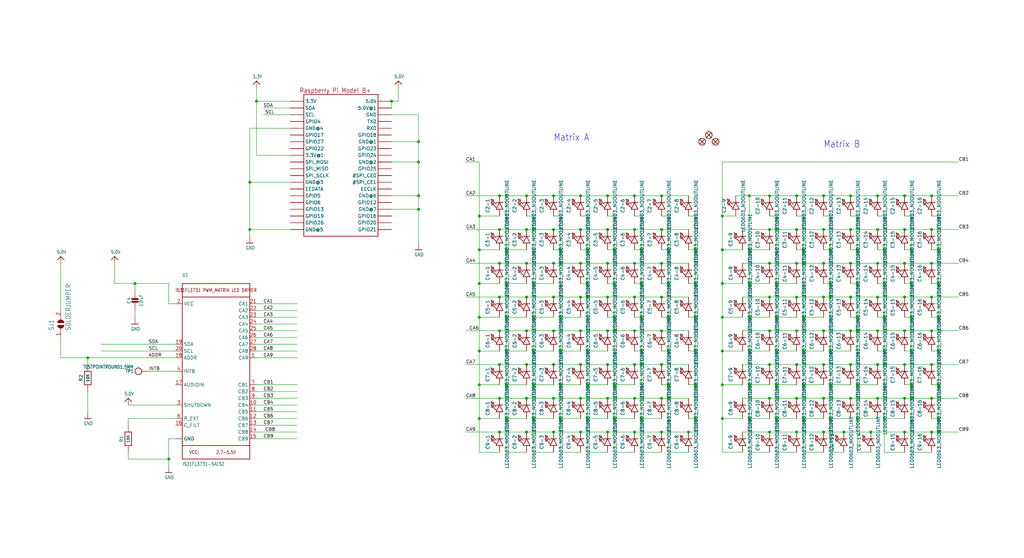
<source format=kicad_sch>
(kicad_sch (version 20211123) (generator eeschema)
  (paper "User" 385.293 210.007)
  (junction (at 200.66 86.36))
  (junction (at 292.1 132.08))
  (junction (at 251.46 119.38))
  (junction (at 340.36 162.56))
  (junction (at 353.06 93.98))
  (junction (at 342.9 106.68))
  (junction (at 332.74 93.98))
  (junction (at 350.52 137.16))
  (junction (at 180.34 81.28))
  (junction (at 241.3 132.08))
  (junction (at 190.5 132.08))
  (junction (at 312.42 111.76))
  (junction (at 271.78 93.98))
  (junction (at 353.06 157.48))
  (junction (at 218.44 162.56))
  (junction (at 299.72 86.36))
  (junction (at 299.72 162.56))
  (junction (at 330.2 99.06))
  (junction (at 157.48 60.96))
  (junction (at 220.98 106.68))
  (junction (at 241.3 157.48))
  (junction (at 248.92 111.76))
  (junction (at 330.2 124.46))
  (junction (at 248.92 162.56))
  (junction (at 322.58 93.98))
  (junction (at 228.6 99.06))
  (junction (at 309.88 149.86))
  (junction (at 251.46 106.68))
  (junction (at 322.58 106.68))
  (junction (at 309.88 86.36))
  (junction (at 322.58 157.48))
  (junction (at 261.62 144.78))
  (junction (at 157.48 53.34))
  (junction (at 330.2 149.86))
  (junction (at 350.52 86.36))
  (junction (at 248.92 73.66))
  (junction (at 187.96 149.86))
  (junction (at 218.44 73.66))
  (junction (at 302.26 99.06))
  (junction (at 228.6 111.76))
  (junction (at 218.44 149.86))
  (junction (at 289.56 162.56))
  (junction (at 238.76 149.86))
  (junction (at 220.98 157.48))
  (junction (at 231.14 106.68))
  (junction (at 157.48 78.74))
  (junction (at 332.74 106.68))
  (junction (at 261.62 157.48))
  (junction (at 248.92 149.86))
  (junction (at 187.96 137.16))
  (junction (at 248.92 99.06))
  (junction (at 251.46 144.78))
  (junction (at 302.26 144.78))
  (junction (at 322.58 124.46))
  (junction (at 231.14 119.38))
  (junction (at 350.52 99.06))
  (junction (at 231.14 157.48))
  (junction (at 271.78 106.68))
  (junction (at 320.04 111.76))
  (junction (at 63.5 172.72))
  (junction (at 281.94 132.08))
  (junction (at 218.44 124.46))
  (junction (at 218.44 111.76))
  (junction (at 292.1 119.38))
  (junction (at 251.46 132.08))
  (junction (at 231.14 144.78))
  (junction (at 220.98 144.78))
  (junction (at 261.62 93.98))
  (junction (at 200.66 157.48))
  (junction (at 187.96 99.06))
  (junction (at 198.12 111.76))
  (junction (at 271.78 81.28))
  (junction (at 218.44 99.06))
  (junction (at 208.28 149.86))
  (junction (at 238.76 86.36))
  (junction (at 330.2 137.16))
  (junction (at 208.28 86.36))
  (junction (at 302.26 132.08))
  (junction (at 281.94 106.68))
  (junction (at 342.9 93.98))
  (junction (at 208.28 162.56))
  (junction (at 302.26 93.98))
  (junction (at 289.56 86.36))
  (junction (at 299.72 149.86))
  (junction (at 198.12 73.66))
  (junction (at 210.82 157.48))
  (junction (at 320.04 149.86))
  (junction (at 289.56 99.06))
  (junction (at 289.56 124.46))
  (junction (at 309.88 124.46))
  (junction (at 271.78 144.78))
  (junction (at 241.3 106.68))
  (junction (at 353.06 132.08))
  (junction (at 309.88 73.66))
  (junction (at 281.94 73.66))
  (junction (at 309.88 137.16))
  (junction (at 200.66 132.08))
  (junction (at 299.72 137.16))
  (junction (at 332.74 119.38))
  (junction (at 208.28 137.16))
  (junction (at 180.34 93.98))
  (junction (at 340.36 99.06))
  (junction (at 210.82 144.78))
  (junction (at 198.12 162.56))
  (junction (at 248.92 86.36))
  (junction (at 228.6 149.86))
  (junction (at 261.62 106.68))
  (junction (at 228.6 137.16))
  (junction (at 157.48 73.66))
  (junction (at 187.96 162.56))
  (junction (at 180.34 132.08))
  (junction (at 299.72 111.76))
  (junction (at 208.28 99.06))
  (junction (at 353.06 106.68))
  (junction (at 271.78 119.38))
  (junction (at 231.14 93.98))
  (junction (at 241.3 137.16))
  (junction (at 210.82 119.38))
  (junction (at 350.52 111.76))
  (junction (at 238.76 124.46))
  (junction (at 147.32 38.1))
  (junction (at 200.66 119.38))
  (junction (at 342.9 144.78))
  (junction (at 292.1 86.36))
  (junction (at 332.74 157.48))
  (junction (at 312.42 106.68))
  (junction (at 208.28 111.76))
  (junction (at 350.52 124.46))
  (junction (at 317.5 162.56))
  (junction (at 340.36 111.76))
  (junction (at 248.92 137.16))
  (junction (at 190.5 144.78))
  (junction (at 93.98 68.58))
  (junction (at 320.04 137.16))
  (junction (at 299.72 99.06))
  (junction (at 289.56 73.66))
  (junction (at 228.6 73.66))
  (junction (at 210.82 99.06))
  (junction (at 261.62 132.08))
  (junction (at 309.88 111.76))
  (junction (at 251.46 149.86))
  (junction (at 330.2 86.36))
  (junction (at 350.52 73.66))
  (junction (at 220.98 93.98))
  (junction (at 180.34 119.38))
  (junction (at 281.94 119.38))
  (junction (at 259.08 162.56))
  (junction (at 332.74 137.16))
  (junction (at 190.5 73.66))
  (junction (at 180.34 144.78))
  (junction (at 281.94 157.48))
  (junction (at 322.58 144.78))
  (junction (at 353.06 162.56))
  (junction (at 187.96 111.76))
  (junction (at 231.14 124.46))
  (junction (at 312.42 132.08))
  (junction (at 96.52 38.1))
  (junction (at 330.2 111.76))
  (junction (at 180.34 106.68))
  (junction (at 271.78 132.08))
  (junction (at 228.6 86.36))
  (junction (at 332.74 132.08))
  (junction (at 302.26 119.38))
  (junction (at 281.94 144.78))
  (junction (at 238.76 99.06))
  (junction (at 340.36 73.66))
  (junction (at 350.52 149.86))
  (junction (at 309.88 99.06))
  (junction (at 220.98 132.08))
  (junction (at 187.96 124.46))
  (junction (at 198.12 137.16))
  (junction (at 187.96 73.66))
  (junction (at 342.9 119.38))
  (junction (at 200.66 106.68))
  (junction (at 289.56 137.16))
  (junction (at 210.82 132.08))
  (junction (at 208.28 124.46))
  (junction (at 327.66 162.56))
  (junction (at 33.02 134.62))
  (junction (at 340.36 86.36))
  (junction (at 320.04 73.66))
  (junction (at 251.46 93.98))
  (junction (at 340.36 137.16))
  (junction (at 261.62 119.38))
  (junction (at 312.42 93.98))
  (junction (at 302.26 157.48))
  (junction (at 200.66 144.78))
  (junction (at 190.5 93.98))
  (junction (at 238.76 162.56))
  (junction (at 241.3 93.98))
  (junction (at 289.56 149.86))
  (junction (at 218.44 86.36))
  (junction (at 330.2 73.66))
  (junction (at 218.44 137.16))
  (junction (at 190.5 157.48))
  (junction (at 198.12 124.46))
  (junction (at 238.76 73.66))
  (junction (at 299.72 124.46))
  (junction (at 322.58 119.38))
  (junction (at 342.9 132.08))
  (junction (at 340.36 124.46))
  (junction (at 187.96 86.36))
  (junction (at 320.04 99.06))
  (junction (at 238.76 137.16))
  (junction (at 190.5 119.38))
  (junction (at 241.3 119.38))
  (junction (at 289.56 111.76))
  (junction (at 342.9 149.86))
  (junction (at 228.6 124.46))
  (junction (at 292.1 157.48))
  (junction (at 208.28 73.66))
  (junction (at 271.78 157.48))
  (junction (at 50.8 106.68))
  (junction (at 281.94 93.98))
  (junction (at 312.42 144.78))
  (junction (at 248.92 124.46))
  (junction (at 220.98 111.76))
  (junction (at 353.06 144.78))
  (junction (at 228.6 162.56))
  (junction (at 309.88 162.56))
  (junction (at 190.5 106.68))
  (junction (at 93.98 86.36))
  (junction (at 292.1 144.78))
  (junction (at 312.42 157.48))
  (junction (at 353.06 119.38))
  (junction (at 320.04 86.36))
  (junction (at 238.76 111.76))
  (junction (at 180.34 157.48))
  (junction (at 292.1 106.68))
  (junction (at 320.04 124.46))
  (junction (at 299.72 73.66))
  (junction (at 198.12 149.86))
  (junction (at 210.82 93.98))
  (junction (at 350.52 162.56))
  (junction (at 198.12 86.36))
  (junction (at 198.12 99.06))
  (junction (at 340.36 149.86))
  (wire (pts (xy 299.72 162.56) (xy 309.88 162.56)))
  (wire (pts (xy 342.9 106.68) (xy 342.9 119.38)))
  (wire (pts (xy 350.52 119.38) (xy 353.06 119.38)))
  (wire (pts (xy 63.5 165.1) (xy 63.5 172.72)))
  (wire (pts (xy 279.4 93.98) (xy 271.78 93.98)))
  (wire (pts (xy 198.12 86.36) (xy 187.96 86.36)))
  (wire (pts (xy 330.2 119.38) (xy 332.74 119.38)))
  (wire (pts (xy 302.26 81.28) (xy 302.26 93.98)))
  (wire (pts (xy 218.44 81.28) (xy 220.98 81.28)))
  (wire (pts (xy 238.76 86.36) (xy 228.6 86.36)))
  (wire (pts (xy 43.18 106.68) (xy 50.8 106.68)))
  (wire (pts (xy 312.42 111.76) (xy 320.04 111.76)))
  (wire (pts (xy 342.9 149.86) (xy 350.52 149.86)))
  (wire (pts (xy 228.6 106.68) (xy 231.14 106.68)))
  (wire (pts (xy 271.78 144.78) (xy 271.78 157.48)))
  (wire (pts (xy 299.72 119.38) (xy 292.1 119.38)))
  (wire (pts (xy 259.08 157.48) (xy 261.62 157.48)))
  (wire (pts (xy 299.72 111.76) (xy 309.88 111.76)))
  (wire (pts (xy 228.6 144.78) (xy 220.98 144.78)))
  (wire (pts (xy 289.56 157.48) (xy 281.94 157.48)))
  (wire (pts (xy 66.04 157.48) (xy 48.26 157.48)))
  (wire (pts (xy 241.3 106.68) (xy 241.3 119.38)))
  (wire (pts (xy 187.96 124.46) (xy 175.26 124.46)))
  (wire (pts (xy 342.9 149.86) (xy 342.9 170.18)))
  (wire (pts (xy 320.04 81.28) (xy 322.58 81.28)))
  (wire (pts (xy 248.92 124.46) (xy 238.76 124.46)))
  (wire (pts (xy 231.14 124.46) (xy 231.14 144.78)))
  (wire (pts (xy 210.82 99.06) (xy 210.82 119.38)))
  (wire (pts (xy 330.2 73.66) (xy 340.36 73.66)))
  (wire (pts (xy 218.44 132.08) (xy 210.82 132.08)))
  (wire (pts (xy 218.44 124.46) (xy 208.28 124.46)))
  (wire (pts (xy 48.26 157.48) (xy 48.26 160.02)))
  (wire (pts (xy 96.52 121.92) (xy 111.76 121.92)))
  (wire (pts (xy 220.98 111.76) (xy 220.98 132.08)))
  (wire (pts (xy 330.2 111.76) (xy 340.36 111.76)))
  (wire (pts (xy 289.56 162.56) (xy 299.72 162.56)))
  (wire (pts (xy 187.96 162.56) (xy 175.26 162.56)))
  (wire (pts (xy 299.72 149.86) (xy 309.88 149.86)))
  (wire (pts (xy 198.12 73.66) (xy 190.5 73.66)))
  (wire (pts (xy 322.58 124.46) (xy 322.58 144.78)))
  (wire (pts (xy 350.52 81.28) (xy 353.06 81.28)))
  (wire (pts (xy 228.6 137.16) (xy 218.44 137.16)))
  (wire (pts (xy 96.52 154.94) (xy 111.76 154.94)))
  (wire (pts (xy 147.32 78.74) (xy 157.48 78.74)))
  (wire (pts (xy 109.22 58.42) (xy 96.52 58.42)))
  (wire (pts (xy 218.44 144.78) (xy 210.82 144.78)))
  (wire (pts (xy 312.42 170.18) (xy 312.42 157.48)))
  (wire (pts (xy 43.18 99.06) (xy 43.18 106.68)))
  (wire (pts (xy 299.72 144.78) (xy 292.1 144.78)))
  (wire (pts (xy 66.04 152.4) (xy 48.26 152.4)))
  (wire (pts (xy 320.04 93.98) (xy 322.58 93.98)))
  (wire (pts (xy 147.32 43.18) (xy 157.48 43.18)))
  (wire (pts (xy 279.4 106.68) (xy 271.78 106.68)))
  (wire (pts (xy 299.72 99.06) (xy 302.26 99.06)))
  (wire (pts (xy 271.78 170.18) (xy 279.4 170.18)))
  (wire (pts (xy 251.46 149.86) (xy 248.92 149.86)))
  (wire (pts (xy 187.96 157.48) (xy 180.34 157.48)))
  (wire (pts (xy 281.94 106.68) (xy 281.94 119.38)))
  (wire (pts (xy 259.08 162.56) (xy 248.92 162.56)))
  (wire (pts (xy 50.8 106.68) (xy 50.8 109.22)))
  (wire (pts (xy 157.48 73.66) (xy 157.48 78.74)))
  (wire (pts (xy 208.28 119.38) (xy 200.66 119.38)))
  (wire (pts (xy 259.08 119.38) (xy 261.62 119.38)))
  (wire (pts (xy 320.04 137.16) (xy 330.2 137.16)))
  (wire (pts (xy 320.04 132.08) (xy 312.42 132.08)))
  (wire (pts (xy 330.2 93.98) (xy 332.74 93.98)))
  (wire (pts (xy 259.08 132.08) (xy 261.62 132.08)))
  (wire (pts (xy 271.78 106.68) (xy 271.78 119.38)))
  (wire (pts (xy 241.3 81.28) (xy 241.3 93.98)))
  (wire (pts (xy 340.36 157.48) (xy 332.74 157.48)))
  (wire (pts (xy 330.2 144.78) (xy 322.58 144.78)))
  (wire (pts (xy 340.36 124.46) (xy 350.52 124.46)))
  (wire (pts (xy 66.04 165.1) (xy 63.5 165.1)))
  (wire (pts (xy 350.52 73.66) (xy 360.68 73.66)))
  (wire (pts (xy 353.06 157.48) (xy 353.06 162.56)))
  (wire (pts (xy 187.96 137.16) (xy 175.26 137.16)))
  (wire (pts (xy 187.96 99.06) (xy 175.26 99.06)))
  (wire (pts (xy 340.36 81.28) (xy 342.9 81.28)))
  (wire (pts (xy 251.46 93.98) (xy 251.46 106.68)))
  (wire (pts (xy 309.88 86.36) (xy 320.04 86.36)))
  (wire (pts (xy 187.96 111.76) (xy 175.26 111.76)))
  (wire (pts (xy 231.14 106.68) (xy 231.14 119.38)))
  (wire (pts (xy 322.58 157.48) (xy 322.58 170.18)))
  (wire (pts (xy 353.06 119.38) (xy 353.06 132.08)))
  (wire (pts (xy 279.4 111.76) (xy 289.56 111.76)))
  (wire (pts (xy 279.4 119.38) (xy 271.78 119.38)))
  (wire (pts (xy 332.74 137.16) (xy 340.36 137.16)))
  (wire (pts (xy 322.58 144.78) (xy 322.58 157.48)))
  (wire (pts (xy 228.6 149.86) (xy 218.44 149.86)))
  (wire (pts (xy 309.88 137.16) (xy 320.04 137.16)))
  (wire (pts (xy 276.86 81.28) (xy 271.78 81.28)))
  (wire (pts (xy 96.52 124.46) (xy 111.76 124.46)))
  (wire (pts (xy 353.06 106.68) (xy 353.06 119.38)))
  (wire (pts (xy 238.76 132.08) (xy 241.3 132.08)))
  (wire (pts (xy 200.66 132.08) (xy 200.66 144.78)))
  (wire (pts (xy 200.66 157.48) (xy 200.66 170.18)))
  (wire (pts (xy 208.28 99.06) (xy 198.12 99.06)))
  (wire (pts (xy 281.94 170.18) (xy 289.56 170.18)))
  (wire (pts (xy 220.98 111.76) (xy 218.44 111.76)))
  (wire (pts (xy 350.52 137.16) (xy 360.68 137.16)))
  (wire (pts (xy 187.96 93.98) (xy 180.34 93.98)))
  (wire (pts (xy 50.8 116.84) (xy 50.8 119.38)))
  (wire (pts (xy 309.88 149.86) (xy 320.04 149.86)))
  (wire (pts (xy 330.2 157.48) (xy 322.58 157.48)))
  (wire (pts (xy 259.08 86.36) (xy 248.92 86.36)))
  (wire (pts (xy 66.04 132.08) (xy 38.1 132.08)))
  (wire (pts (xy 281.94 73.66) (xy 289.56 73.66)))
  (wire (pts (xy 279.4 137.16) (xy 289.56 137.16)))
  (wire (pts (xy 187.96 106.68) (xy 180.34 106.68)))
  (wire (pts (xy 251.46 132.08) (xy 251.46 144.78)))
  (wire (pts (xy 279.4 157.48) (xy 271.78 157.48)))
  (wire (pts (xy 317.5 162.56) (xy 327.66 162.56)))
  (wire (pts (xy 218.44 157.48) (xy 210.82 157.48)))
  (wire (pts (xy 332.74 106.68) (xy 332.74 119.38)))
  (wire (pts (xy 63.5 172.72) (xy 48.26 172.72)))
  (wire (pts (xy 302.26 99.06) (xy 309.88 99.06)))
  (wire (pts (xy 332.74 170.18) (xy 340.36 170.18)))
  (wire (pts (xy 200.66 106.68) (xy 200.66 119.38)))
  (wire (pts (xy 208.28 93.98) (xy 210.82 93.98)))
  (wire (pts (xy 208.28 157.48) (xy 200.66 157.48)))
  (wire (pts (xy 309.88 81.28) (xy 312.42 81.28)))
  (wire (pts (xy 312.42 144.78) (xy 312.42 132.08)))
  (wire (pts (xy 299.72 132.08) (xy 292.1 132.08)))
  (wire (pts (xy 198.12 132.08) (xy 190.5 132.08)))
  (wire (pts (xy 261.62 93.98) (xy 261.62 106.68)))
  (wire (pts (xy 309.88 93.98) (xy 312.42 93.98)))
  (wire (pts (xy 231.14 144.78) (xy 231.14 157.48)))
  (wire (pts (xy 261.62 132.08) (xy 261.62 144.78)))
  (wire (pts (xy 309.88 124.46) (xy 320.04 124.46)))
  (wire (pts (xy 320.04 157.48) (xy 312.42 157.48)))
  (wire (pts (xy 208.28 144.78) (xy 200.66 144.78)))
  (wire (pts (xy 22.86 116.84) (xy 22.86 99.06)))
  (wire (pts (xy 220.98 81.28) (xy 220.98 93.98)))
  (wire (pts (xy 342.9 81.28) (xy 342.9 93.98)))
  (wire (pts (xy 340.36 119.38) (xy 342.9 119.38)))
  (wire (pts (xy 302.26 132.08) (xy 302.26 144.78)))
  (wire (pts (xy 340.36 162.56) (xy 350.52 162.56)))
  (wire (pts (xy 248.92 144.78) (xy 251.46 144.78)))
  (wire (pts (xy 22.86 134.62) (xy 22.86 127)))
  (wire (pts (xy 210.82 144.78) (xy 210.82 157.48)))
  (wire (pts (xy 157.48 78.74) (xy 157.48 91.44)))
  (wire (pts (xy 271.78 132.08) (xy 271.78 144.78)))
  (wire (pts (xy 353.06 93.98) (xy 353.06 106.68)))
  (wire (pts (xy 190.5 144.78) (xy 190.5 157.48)))
  (wire (pts (xy 302.26 144.78) (xy 302.26 157.48)))
  (wire (pts (xy 96.52 119.38) (xy 111.76 119.38)))
  (wire (pts (xy 109.22 38.1) (xy 96.52 38.1)))
  (wire (pts (xy 241.3 137.16) (xy 238.76 137.16)))
  (wire (pts (xy 180.34 170.18) (xy 187.96 170.18)))
  (wire (pts (xy 340.36 93.98) (xy 342.9 93.98)))
  (wire (pts (xy 309.88 157.48) (xy 302.26 157.48)))
  (wire (pts (xy 238.76 111.76) (xy 228.6 111.76)))
  (wire (pts (xy 248.92 162.56) (xy 238.76 162.56)))
  (wire (pts (xy 251.46 144.78) (xy 251.46 149.86)))
  (wire (pts (xy 350.52 99.06) (xy 360.68 99.06)))
  (wire (pts (xy 198.12 137.16) (xy 187.96 137.16)))
  (wire (pts (xy 281.94 73.66) (xy 281.94 93.98)))
  (wire (pts (xy 218.44 149.86) (xy 208.28 149.86)))
  (wire (pts (xy 208.28 124.46) (xy 198.12 124.46)))
  (wire (pts (xy 309.88 106.68) (xy 312.42 106.68)))
  (wire (pts (xy 322.58 93.98) (xy 322.58 106.68)))
  (wire (pts (xy 259.08 144.78) (xy 261.62 144.78)))
  (wire (pts (xy 261.62 81.28) (xy 261.62 93.98)))
  (wire (pts (xy 292.1 86.36) (xy 299.72 86.36)))
  (wire (pts (xy 198.12 144.78) (xy 190.5 144.78)))
  (wire (pts (xy 231.14 124.46) (xy 228.6 124.46)))
  (wire (pts (xy 208.28 162.56) (xy 198.12 162.56)))
  (wire (pts (xy 48.26 172.72) (xy 48.26 170.18)))
  (wire (pts (xy 63.5 106.68) (xy 63.5 114.3)))
  (wire (pts (xy 299.72 157.48) (xy 292.1 157.48)))
  (wire (pts (xy 96.52 134.62) (xy 111.76 134.62)))
  (wire (pts (xy 63.5 114.3) (xy 66.04 114.3)))
  (wire (pts (xy 96.52 157.48) (xy 111.76 157.48)))
  (wire (pts (xy 208.28 149.86) (xy 198.12 149.86)))
  (wire (pts (xy 340.36 73.66) (xy 350.52 73.66)))
  (wire (pts (xy 96.52 165.1) (xy 111.76 165.1)))
  (wire (pts (xy 248.92 93.98) (xy 251.46 93.98)))
  (wire (pts (xy 210.82 170.18) (xy 218.44 170.18)))
  (wire (pts (xy 312.42 93.98) (xy 312.42 81.28)))
  (wire (pts (xy 208.28 111.76) (xy 198.12 111.76)))
  (wire (pts (xy 228.6 86.36) (xy 218.44 86.36)))
  (wire (pts (xy 271.78 81.28) (xy 271.78 93.98)))
  (wire (pts (xy 248.92 111.76) (xy 238.76 111.76)))
  (wire (pts (xy 322.58 170.18) (xy 327.66 170.18)))
  (wire (pts (xy 312.42 111.76) (xy 312.42 106.68)))
  (wire (pts (xy 320.04 149.86) (xy 330.2 149.86)))
  (wire (pts (xy 289.56 73.66) (xy 299.72 73.66)))
  (wire (pts (xy 220.98 170.18) (xy 228.6 170.18)))
  (wire (pts (xy 248.92 132.08) (xy 251.46 132.08)))
  (wire (pts (xy 228.6 157.48) (xy 220.98 157.48)))
  (wire (pts (xy 342.9 93.98) (xy 342.9 106.68)))
  (wire (pts (xy 200.66 86.36) (xy 200.66 106.68)))
  (wire (pts (xy 302.26 93.98) (xy 302.26 99.06)))
  (wire (pts (xy 248.92 137.16) (xy 241.3 137.16)))
  (wire (pts (xy 279.4 162.56) (xy 289.56 162.56)))
  (wire (pts (xy 299.72 93.98) (xy 302.26 93.98)))
  (wire (pts (xy 279.4 99.06) (xy 289.56 99.06)))
  (wire (pts (xy 93.98 68.58) (xy 93.98 86.36)))
  (wire (pts (xy 210.82 132.08) (xy 210.82 144.78)))
  (wire (pts (xy 248.92 149.86) (xy 238.76 149.86)))
  (wire (pts (xy 350.52 157.48) (xy 353.06 157.48)))
  (wire (pts (xy 330.2 106.68) (xy 332.74 106.68)))
  (wire (pts (xy 322.58 119.38) (xy 322.58 124.46)))
  (wire (pts (xy 248.92 106.68) (xy 251.46 106.68)))
  (wire (pts (xy 96.52 129.54) (xy 111.76 129.54)))
  (wire (pts (xy 292.1 81.28) (xy 292.1 86.36)))
  (wire (pts (xy 187.96 119.38) (xy 180.34 119.38)))
  (wire (pts (xy 271.78 60.96) (xy 360.68 60.96)))
  (wire (pts (xy 309.88 99.06) (xy 320.04 99.06)))
  (wire (pts (xy 198.12 81.28) (xy 200.66 81.28)))
  (wire (pts (xy 218.44 106.68) (xy 220.98 106.68)))
  (wire (pts (xy 332.74 157.48) (xy 332.74 170.18)))
  (wire (pts (xy 241.3 93.98) (xy 241.3 106.68)))
  (wire (pts (xy 187.96 86.36) (xy 175.26 86.36)))
  (wire (pts (xy 292.1 119.38) (xy 292.1 132.08)))
  (wire (pts (xy 289.56 137.16) (xy 299.72 137.16)))
  (wire (pts (xy 241.3 119.38) (xy 241.3 132.08)))
  (wire (pts (xy 99.06 43.18) (xy 109.22 43.18)))
  (wire (pts (xy 231.14 93.98) (xy 231.14 106.68)))
  (wire (pts (xy 289.56 111.76) (xy 299.72 111.76)))
  (wire (pts (xy 96.52 162.56) (xy 111.76 162.56)))
  (wire (pts (xy 342.9 144.78) (xy 342.9 149.86)))
  (wire (pts (xy 289.56 132.08) (xy 281.94 132.08)))
  (wire (pts (xy 279.4 86.36) (xy 289.56 86.36)))
  (wire (pts (xy 96.52 149.86) (xy 111.76 149.86)))
  (wire (pts (xy 312.42 132.08) (xy 312.42 111.76)))
  (wire (pts (xy 198.12 124.46) (xy 187.96 124.46)))
  (wire (pts (xy 218.44 99.06) (xy 210.82 99.06)))
  (wire (pts (xy 251.46 81.28) (xy 251.46 93.98)))
  (wire (pts (xy 350.52 162.56) (xy 353.06 162.56)))
  (wire (pts (xy 340.36 111.76) (xy 350.52 111.76)))
  (wire (pts (xy 330.2 149.86) (xy 340.36 149.86)))
  (wire (pts (xy 210.82 157.48) (xy 210.82 170.18)))
  (wire (pts (xy 96.52 127) (xy 111.76 127)))
  (wire (pts (xy 322.58 124.46) (xy 330.2 124.46)))
  (wire (pts (xy 261.62 157.48) (xy 261.62 162.56)))
  (wire (pts (xy 289.56 144.78) (xy 281.94 144.78)))
  (wire (pts (xy 210.82 93.98) (xy 210.82 99.06)))
  (wire (pts (xy 33.02 134.62) (xy 33.02 137.16)))
  (wire (pts (xy 309.88 119.38) (xy 302.26 119.38)))
  (wire (pts (xy 340.36 137.16) (xy 350.52 137.16)))
  (wire (pts (xy 259.08 73.66) (xy 248.92 73.66)))
  (wire (pts (xy 208.28 106.68) (xy 200.66 106.68)))
  (wire (pts (xy 33.02 134.62) (xy 22.86 134.62)))
  (wire (pts (xy 281.94 144.78) (xy 281.94 157.48)))
  (wire (pts (xy 198.12 162.56) (xy 187.96 162.56)))
  (wire (pts (xy 157.48 53.34) (xy 157.48 60.96)))
  (wire (pts (xy 200.66 144.78) (xy 200.66 157.48)))
  (wire (pts (xy 149.86 38.1) (xy 149.86 33.02)))
  (wire (pts (xy 248.92 86.36) (xy 238.76 86.36)))
  (wire (pts (xy 208.28 137.16) (xy 198.12 137.16)))
  (wire (pts (xy 353.06 162.56) (xy 360.68 162.56)))
  (wire (pts (xy 281.94 119.38) (xy 281.94 132.08)))
  (wire (pts (xy 187.96 149.86) (xy 175.26 149.86)))
  (wire (pts (xy 190.5 106.68) (xy 190.5 119.38)))
  (wire (pts (xy 93.98 48.26) (xy 93.98 68.58)))
  (wire (pts (xy 292.1 170.18) (xy 299.72 170.18)))
  (wire (pts (xy 220.98 132.08) (xy 220.98 144.78)))
  (wire (pts (xy 238.76 162.56) (xy 228.6 162.56)))
  (wire (pts (xy 218.44 93.98) (xy 220.98 93.98)))
  (wire (pts (xy 342.9 132.08) (xy 342.9 144.78)))
  (wire (pts (xy 342.9 170.18) (xy 350.52 170.18)))
  (wire (pts (xy 261.62 106.68) (xy 261.62 119.38)))
  (wire (pts (xy 218.44 111.76) (xy 208.28 111.76)))
  (wire (pts (xy 241.3 170.18) (xy 248.92 170.18)))
  (wire (pts (xy 218.44 137.16) (xy 208.28 137.16)))
  (wire (pts (xy 320.04 73.66) (xy 330.2 73.66)))
  (wire (pts (xy 228.6 119.38) (xy 231.14 119.38)))
  (wire (pts (xy 271.78 119.38) (xy 271.78 132.08)))
  (wire (pts (xy 350.52 86.36) (xy 360.68 86.36)))
  (wire (pts (xy 299.72 137.16) (xy 309.88 137.16)))
  (wire (pts (xy 96.52 132.08) (xy 111.76 132.08)))
  (wire (pts (xy 317.5 170.18) (xy 312.42 170.18)))
  (wire (pts (xy 289.56 119.38) (xy 281.94 119.38)))
  (wire (pts (xy 350.52 132.08) (xy 353.06 132.08)))
  (wire (pts (xy 198.12 119.38) (xy 190.5 119.38)))
  (wire (pts (xy 228.6 132.08) (xy 220.98 132.08)))
  (wire (pts (xy 99.06 40.64) (xy 109.22 40.64)))
  (wire (pts (xy 259.08 93.98) (xy 261.62 93.98)))
  (wire (pts (xy 340.36 132.08) (xy 342.9 132.08)))
  (wire (pts (xy 299.72 106.68) (xy 292.1 106.68)))
  (wire (pts (xy 180.34 144.78) (xy 180.34 157.48)))
  (wire (pts (xy 271.78 93.98) (xy 271.78 106.68)))
  (wire (pts (xy 198.12 99.06) (xy 187.96 99.06)))
  (wire (pts (xy 289.56 106.68) (xy 281.94 106.68)))
  (wire (pts (xy 208.28 132.08) (xy 200.66 132.08)))
  (wire (pts (xy 289.56 81.28) (xy 292.1 81.28)))
  (wire (pts (xy 320.04 111.76) (xy 330.2 111.76)))
  (wire (pts (xy 231.14 119.38) (xy 231.14 124.46)))
  (wire (pts (xy 322.58 106.68) (xy 322.58 119.38)))
  (wire (pts (xy 251.46 106.68) (xy 251.46 119.38)))
  (wire (pts (xy 248.92 157.48) (xy 241.3 157.48)))
  (wire (pts (xy 228.6 73.66) (xy 218.44 73.66)))
  (wire (pts (xy 93.98 86.36) (xy 93.98 88.9)))
  (wire (pts (xy 289.56 99.06) (xy 299.72 99.06)))
  (wire (pts (xy 332.74 81.28) (xy 332.74 93.98)))
  (wire (pts (xy 330.2 99.06) (xy 340.36 99.06)))
  (wire (pts (xy 251.46 149.86) (xy 251.46 170.18)))
  (wire (pts (xy 248.92 119.38) (xy 251.46 119.38)))
  (wire (pts (xy 147.32 40.64) (xy 147.32 38.1)))
  (wire (pts (xy 210.82 99.06) (xy 208.28 99.06)))
  (wire (pts (xy 238.76 119.38) (xy 241.3 119.38)))
  (wire (pts (xy 238.76 99.06) (xy 228.6 99.06)))
  (wire (pts (xy 299.72 124.46) (xy 309.88 124.46)))
  (wire (pts (xy 157.48 60.96) (xy 157.48 73.66)))
  (wire (pts (xy 218.44 119.38) (xy 210.82 119.38)))
  (wire (pts (xy 180.34 60.96) (xy 180.34 81.28)))
  (wire (pts (xy 299.72 86.36) (xy 309.88 86.36)))
  (wire (pts (xy 190.5 73.66) (xy 187.96 73.66)))
  (wire (pts (xy 238.76 93.98) (xy 241.3 93.98)))
  (wire (pts (xy 147.32 60.96) (xy 157.48 60.96)))
  (wire (pts (xy 332.74 93.98) (xy 332.74 106.68)))
  (wire (pts (xy 147.32 73.66) (xy 157.48 73.66)))
  (wire (pts (xy 292.1 132.08) (xy 292.1 144.78)))
  (wire (pts (xy 198.12 157.48) (xy 190.5 157.48)))
  (wire (pts (xy 238.76 144.78) (xy 231.14 144.78)))
  (wire (pts (xy 302.26 170.18) (xy 309.88 170.18)))
  (wire (pts (xy 50.8 106.68) (xy 63.5 106.68)))
  (wire (pts (xy 228.6 162.56) (xy 218.44 162.56)))
  (wire (pts (xy 187.96 81.28) (xy 180.34 81.28)))
  (wire (pts (xy 66.04 139.7) (xy 55.88 139.7)))
  (wire (pts (xy 147.32 38.1) (xy 149.86 38.1)))
  (wire (pts (xy 350.52 124.46) (xy 360.68 124.46)))
  (wire (pts (xy 353.06 132.08) (xy 353.06 144.78)))
  (wire (pts (xy 66.04 129.54) (xy 38.1 129.54)))
  (wire (pts (xy 312.42 157.48) (xy 312.42 144.78)))
  (wire (pts (xy 353.06 81.28) (xy 353.06 93.98)))
  (wire (pts (xy 241.3 137.16) (xy 241.3 157.48)))
  (wire (pts (xy 238.76 106.68) (xy 241.3 106.68)))
  (wire (pts (xy 180.34 93.98) (xy 180.34 106.68)))
  (wire (pts (xy 228.6 124.46) (xy 218.44 124.46)))
  (wire (pts (xy 63.5 172.72) (xy 63.5 175.26)))
  (wire (pts (xy 350.52 149.86) (xy 360.68 149.86)))
  (wire (pts (xy 279.4 149.86) (xy 289.56 149.86)))
  (wire (pts (xy 281.94 157.48) (xy 281.94 170.18)))
  (wire (pts (xy 340.36 144.78) (xy 342.9 144.78)))
  (wire (pts (xy 180.34 132.08) (xy 180.34 144.78)))
  (wire (pts (xy 220.98 157.48) (xy 220.98 170.18)))
  (wire (pts (xy 340.36 106.68) (xy 342.9 106.68)))
  (wire (pts (xy 289.56 93.98) (xy 281.94 93.98)))
  (wire (pts (xy 309.88 162.56) (xy 317.5 162.56)))
  (wire (pts (xy 251.46 170.18) (xy 259.08 170.18)))
  (wire (pts (xy 96.52 38.1) (xy 96.52 33.02)))
  (wire (pts (xy 340.36 99.06) (xy 350.52 99.06)))
  (wire (pts (xy 190.5 132.08) (xy 190.5 144.78)))
  (wire (pts (xy 350.52 111.76) (xy 360.68 111.76)))
  (wire (pts (xy 180.34 157.48) (xy 180.34 170.18)))
  (wire (pts (xy 281.94 132.08) (xy 281.94 144.78)))
  (wire (pts (xy 292.1 86.36) (xy 292.1 106.68)))
  (wire (pts (xy 271.78 157.48) (xy 271.78 170.18)))
  (wire (pts (xy 327.66 162.56) (xy 340.36 162.56)))
  (wire (pts (xy 330.2 81.28) (xy 332.74 81.28)))
  (wire (pts (xy 271.78 60.96) (xy 271.78 81.28)))
  (wire (pts (xy 96.52 147.32) (xy 111.76 147.32)))
  (wire (pts (xy 96.52 160.02) (xy 111.76 160.02)))
  (wire (pts (xy 261.62 144.78) (xy 261.62 157.48)))
  (wire (pts (xy 259.08 106.68) (xy 261.62 106.68)))
  (wire (pts (xy 180.34 119.38) (xy 180.34 132.08)))
  (wire (pts (xy 231.14 170.18) (xy 238.76 170.18)))
  (wire (pts (xy 320.04 144.78) (xy 312.42 144.78)))
  (wire (pts (xy 109.22 86.36) (xy 93.98 86.36)))
  (wire (pts (xy 208.28 73.66) (xy 198.12 73.66)))
  (wire (pts (xy 261.62 162.56) (xy 259.08 162.56)))
  (wire (pts (xy 350.52 106.68) (xy 353.06 106.68)))
  (wire (pts (xy 220.98 93.98) (xy 220.98 106.68)))
  (wire (pts (xy 248.92 73.66) (xy 238.76 73.66)))
  (wire (pts (xy 279.4 124.46) (xy 289.56 124.46)))
  (wire (pts (xy 322.58 81.28) (xy 322.58 93.98)))
  (wire (pts (xy 238.76 124.46) (xy 231.14 124.46)))
  (wire (pts (xy 218.44 162.56) (xy 208.28 162.56)))
  (wire (pts (xy 309.88 144.78) (xy 302.26 144.78)))
  (wire (pts (xy 350.52 144.78) (xy 353.06 144.78)))
  (wire (pts (xy 332.74 132.08) (xy 332.74 137.16)))
  (wire (pts (xy 200.66 119.38) (xy 200.66 132.08)))
  (wire (pts (xy 259.08 149.86) (xy 251.46 149.86)))
  (wire (pts (xy 238.76 149.86) (xy 228.6 149.86)))
  (wire (pts (xy 312.42 106.68) (xy 312.42 93.98)))
  (wire (pts (xy 180.34 106.68) (xy 180.34 119.38)))
  (wire (pts (xy 299.72 73.66) (xy 309.88 73.66)))
  (wire (pts (xy 190.5 157.48) (xy 190.5 170.18)))
  (wire (pts (xy 281.94 93.98) (xy 281.94 106.68)))
  (wire (pts (xy 109.22 48.26) (xy 93.98 48.26)))
  (wire (pts (xy 241.3 157.48) (xy 241.3 170.18)))
  (wire (pts (xy 320.04 124.46) (xy 322.58 124.46)))
  (wire (pts (xy 289.56 149.86) (xy 299.72 149.86)))
  (wire (pts (xy 289.56 124.46) (xy 299.72 124.46)))
  (wire (pts (xy 342.9 119.38) (xy 342.9 132.08)))
  (wire (pts (xy 200.66 86.36) (xy 198.12 86.36)))
  (wire (pts (xy 109.22 68.58) (xy 93.98 68.58)))
  (wire (pts (xy 340.36 86.36) (xy 350.52 86.36)))
  (wire (pts (xy 96.52 152.4) (xy 111.76 152.4)))
  (wire (pts (xy 251.46 119.38) (xy 251.46 132.08)))
  (wire (pts (xy 259.08 81.28) (xy 261.62 81.28)))
  (wire (pts (xy 208.28 86.36) (xy 200.66 86.36)))
  (wire (pts (xy 210.82 119.38) (xy 210.82 132.08)))
  (wire (pts (xy 320.04 106.68) (xy 322.58 106.68)))
  (wire (pts (xy 332.74 137.16) (xy 332.74 157.48)))
  (wire (pts (xy 309.88 111.76) (xy 312.42 111.76)))
  (wire (pts (xy 190.5 93.98) (xy 190.5 106.68)))
  (wire (pts (xy 187.96 132.08) (xy 180.34 132.08)))
  (wire (pts (xy 231.14 157.48) (xy 231.14 170.18)))
  (wire (pts (xy 302.26 99.06) (xy 302.26 119.38)))
  (wire (pts (xy 299.72 81.28) (xy 302.26 81.28)))
  (wire (pts (xy 332.74 119.38) (xy 332.74 132.08)))
  (wire (pts (xy 292.1 106.68) (xy 292.1 119.38)))
  (wire (pts (xy 289.56 86.36) (xy 292.1 86.36)))
  (wire (pts (xy 198.12 149.86) (xy 187.96 149.86)))
  (wire (pts (xy 320.04 119.38) (xy 322.58 119.38)))
  (wire (pts (xy 330.2 132.08) (xy 332.74 132.08)))
  (wire (pts (xy 218.44 73.66) (xy 208.28 73.66)))
  (wire (pts (xy 198.12 111.76) (xy 187.96 111.76)))
  (wire (pts (xy 330.2 137.16) (xy 332.74 137.16)))
  (wire (pts (xy 350.52 93.98) (xy 353.06 93.98)))
  (wire (pts (xy 96.52 58.42) (xy 96.52 38.1)))
  (wire (pts (xy 320.04 99.06) (xy 330.2 99.06)))
  (wire (pts (xy 187.96 144.78) (xy 180.34 144.78)))
  (wire (pts (xy 187.96 73.66) (xy 175.26 73.66)))
  (wire (pts (xy 190.5 73.66) (xy 190.5 93.98)))
  (wire (pts (xy 66.04 134.62) (xy 33.02 134.62)))
  (wire (pts (xy 218.44 86.36) (xy 208.28 86.36)))
  (wire (pts (xy 96.52 114.3) (xy 111.76 114.3)))
  (wire (pts (xy 238.76 137.16) (xy 228.6 137.16)))
  (wire (pts (xy 292.1 144.78) (xy 292.1 157.48)))
  (wire (pts (xy 302.26 119.38) (xy 302.26 132.08)))
  (wire (pts (xy 228.6 99.06) (xy 218.44 99.06)))
  (wire (pts (xy 279.4 132.08) (xy 271.78 132.08)))
  (wire (pts (xy 96.52 116.84) (xy 111.76 116.84)))
  (wire (pts (xy 340.36 149.86) (xy 342.9 149.86)))
  (wire (pts (xy 228.6 81.28) (xy 231.14 81.28)))
  (wire (pts (xy 330.2 86.36) (xy 340.36 86.36)))
  (wire (pts (xy 198.12 93.98) (xy 190.5 93.98)))
  (wire (pts (xy 228.6 93.98) (xy 231.14 93.98)))
  (wire (pts (xy 320.04 86.36) (xy 330.2 86.36)))
  (wire (pts (xy 241.3 132.08) (xy 241.3 137.16)))
  (wire (pts (xy 353.06 144.78) (xy 353.06 157.48)))
  (wire (pts (xy 200.66 81.28) (xy 200.66 86.36)))
  (wire (pts (xy 147.32 53.34) (xy 157.48 53.34)))
  (wire (pts (xy 330.2 124.46) (xy 340.36 124.46)))
  (wire (pts (xy 302.26 157.48) (xy 302.26 170.18)))
  (wire (pts (xy 309.88 132.08) (xy 302.26 132.08)))
  (wire (pts (xy 228.6 111.76) (xy 220.98 111.76)))
  (wire (pts (xy 208.28 81.28) (xy 210.82 81.28)))
  (wire (pts (xy 175.26 60.96) (xy 180.34 60.96)))
  (wire (pts (xy 220.98 106.68) (xy 220.98 111.76)))
  (wire (pts (xy 259.08 137.16) (xy 248.92 137.16)))
  (wire (pts (xy 190.5 119.38) (xy 190.5 132.08)))
  (wire (pts (xy 210.82 81.28) (xy 210.82 93.98)))
  (wire (pts (xy 261.62 119.38) (xy 261.62 132.08)))
  (wire (pts (xy 309.88 73.66) (xy 320.04 73.66)))
  (wire (pts (xy 200.66 170.18) (xy 208.28 170.18)))
  (wire (pts (xy 259.08 111.76) (xy 248.92 111.76)))
  (wire (pts (xy 276.86 73.66) (xy 281.94 73.66)))
  (wire (pts (xy 279.4 144.78) (xy 271.78 144.78)))
  (wire (pts (xy 259.08 99.06) (xy 248.92 99.06)))
  (wire (pts (xy 238.76 157.48) (xy 231.14 157.48)))
  (wire (pts (xy 292.1 157.48) (xy 292.1 170.18)))
  (wire (pts (xy 248.92 99.06) (xy 238.76 99.06)))
  (wire (pts (xy 259.08 124.46) (xy 248.92 124.46)))
  (wire (pts (xy 190.5 170.18) (xy 198.12 170.18)))
  (wire (pts (xy 157.48 43.18) (xy 157.48 53.34)))
  (wire (pts (xy 96.52 144.78) (xy 111.76 144.78)))
  (wire (pts (xy 248.92 81.28) (xy 251.46 81.28)))
  (wire (pts (xy 180.34 81.28) (xy 180.34 93.98)))
  (wire (pts (xy 198.12 106.68) (xy 190.5 106.68)))
  (wire (pts (xy 238.76 73.66) (xy 228.6 73.66)))
  (wire (pts (xy 231.14 81.28) (xy 231.14 93.98)))
  (wire (pts (xy 238.76 81.28) (xy 241.3 81.28)))
  (wire (pts (xy 220.98 144.78) (xy 220.98 157.48)))
  (wire (pts (xy 33.02 154.94) (xy 33.02 147.32)))
  (text "Matrix B" (at 309.88 55.88 180) (effects (font (size 2.54 2.159)) (justify left bottom)))
  (text "Matrix A" (at 208.28 53.34 180) (effects (font (size 2.54 2.159)) (justify left bottom)))
  (label "SDA" (at 99.06 40.64 0) (effects (font (size 1.2446 1.2446))))
  (label "CB4" (at 360.68 99.06 0) (effects (font (size 1.2446 1.2446))))
  (label "CB7" (at 99.06 160.02 0) (effects (font (size 1.2446 1.2446))))
  (label "SCL" (at 55.88 132.08 0) (effects (font (size 1.2446 1.2446))))
  (label "CB2" (at 360.68 73.66 0) (effects (font (size 1.2446 1.2446))))
  (label "CA5" (at 175.26 111.76 0) (effects (font (size 1.2446 1.2446))))
  (label "CB1" (at 99.06 144.78 0) (effects (font (size 1.2446 1.2446))))
  (label "CB8" (at 360.68 149.86 0) (effects (font (size 1.2446 1.2446))))
  (label "CA7" (at 99.06 129.54 0) (effects (font (size 1.2446 1.2446))))
  (label "CA9" (at 175.26 162.56 0) (effects (font (size 1.2446 1.2446))))
  (label "CA1" (at 175.26 60.96 0) (effects (font (size 1.2446 1.2446))))
  (label "CB4" (at 99.06 152.4 0) (effects (font (size 1.2446 1.2446))))
  (label "CB7" (at 360.68 137.16 0) (effects (font (size 1.2446 1.2446))))
  (label "SDA" (at 55.88 129.54 0) (effects (font (size 1.2446 1.2446))))
  (label "CA3" (at 175.26 86.36 0) (effects (font (size 1.2446 1.2446))))
  (label "ADDR" (at 55.88 134.62 0) (effects (font (size 1.2446 1.2446))))
  (label "CA9" (at 99.06 134.62 0) (effects (font (size 1.2446 1.2446))))
  (label "CB6" (at 360.68 124.46 0) (effects (font (size 1.2446 1.2446))))
  (label "INTB" (at 55.88 139.7 0) (effects (font (size 1.2446 1.2446))))
  (label "CA8" (at 99.06 132.08 0) (effects (font (size 1.2446 1.2446))))
  (label "CB8" (at 99.695 162.56 0) (effects (font (size 1.2446 1.2446))))
  (label "CB5" (at 360.68 111.76 0) (effects (font (size 1.2446 1.2446))))
  (label "CB5" (at 99.06 154.94 0) (effects (font (size 1.2446 1.2446))))
  (label "CA8" (at 175.26 149.86 0) (effects (font (size 1.2446 1.2446))))
  (label "CB9" (at 360.68 162.56 0) (effects (font (size 1.2446 1.2446))))
  (label "CA6" (at 99.06 127 0) (effects (font (size 1.2446 1.2446))))
  (label "CA6" (at 176.53 124.46 0) (effects (font (size 1.2446 1.2446))))
  (label "CA2" (at 175.26 73.66 0) (effects (font (size 1.2446 1.2446))))
  (label "CA4" (at 99.06 121.92 0) (effects (font (size 1.2446 1.2446))))
  (label "CA3" (at 99.06 119.38 0) (effects (font (size 1.2446 1.2446))))
  (label "CA4" (at 175.26 99.06 0) (effects (font (size 1.2446 1.2446))))
  (label "CA2" (at 99.06 116.84 0) (effects (font (size 1.2446 1.2446))))
  (label "CA7" (at 175.26 137.16 0) (effects (font (size 1.2446 1.2446))))
  (label "CB9" (at 99.06 165.1 0) (effects (font (size 1.2446 1.2446))))
  (label "CA1" (at 99.06 114.3 0) (effects (font (size 1.2446 1.2446))))
  (label "CA5" (at 99.06 124.46 0) (effects (font (size 1.2446 1.2446))))
  (label "CB3" (at 99.06 149.86 0) (effects (font (size 1.2446 1.2446))))
  (label "SCL" (at 99.695 43.18 0) (effects (font (size 1.2446 1.2446))))
  (label "CB6" (at 99.06 157.48 0) (effects (font (size 1.2446 1.2446))))
  (label "CB2" (at 99.06 147.32 0) (effects (font (size 1.2446 1.2446))))
  (label "CB3" (at 360.68 86.36 0) (effects (font (size 1.2446 1.2446))))
  (label "CB1" (at 360.68 60.96 0) (effects (font (size 1.2446 1.2446))))
  (symbol (lib_id "eagleSchem-eagle-import:LED0603_NOOUTLINE") (at 228.6 88.9 90) (unit 1)
    (property "Reference" "C3-5" (at 224.155 90.17 0))
    (property "Value" "LED0603_NOOUTLINE" (at 231.394 90.17 0))
    (property "Footprint" "eagleSchem:CHIPLED_0603_NOOUTLINE" (effects hide))
  )
  (symbol (lib_id "eagleSchem-eagle-import:LED0603_NOOUTLINE") (at 320.04 152.4 90) (unit 1)
    (property "Reference" "C8-13" (at 315.595 153.67 0))
    (property "Value" "LED0603_NOOUTLINE" (at 322.834 153.67 0))
    (property "Footprint" "eagleSchem:CHIPLED_0603_NOOUTLINE" (effects hide))
  )
  (symbol (lib_id "eagleSchem-eagle-import:LED0603_NOOUTLINE") (at 218.44 114.3 90) (unit 1)
    (property "Reference" "C5-4" (at 213.995 115.57 0))
    (property "Value" "LED0603_NOOUTLINE" (at 221.234 115.57 0))
    (property "Footprint" "eagleSchem:CHIPLED_0603_NOOUTLINE" (effects hide))
  )
  (symbol (lib_id "eagleSchem-eagle-import:LED0603_NOOUTLINE") (at 218.44 139.7 90) (unit 1)
    (property "Reference" "C7-4" (at 213.995 140.97 0))
    (property "Value" "LED0603_NOOUTLINE" (at 221.234 140.97 0))
    (property "Footprint" "eagleSchem:CHIPLED_0603_NOOUTLINE" (effects hide))
  )
  (symbol (lib_id "eagleSchem-eagle-import:LED0603_NOOUTLINE") (at 320.04 114.3 90) (unit 1)
    (property "Reference" "C5-13" (at 315.595 115.57 0))
    (property "Value" "LED0603_NOOUTLINE" (at 322.834 115.57 0))
    (property "Footprint" "eagleSchem:CHIPLED_0603_NOOUTLINE" (effects hide))
  )
  (symbol (lib_id "eagleSchem-eagle-import:LED0603_NOOUTLINE") (at 259.08 88.9 90) (unit 1)
    (property "Reference" "C3-8" (at 254.635 90.17 0))
    (property "Value" "LED0603_NOOUTLINE" (at 261.874 90.17 0))
    (property "Footprint" "eagleSchem:CHIPLED_0603_NOOUTLINE" (effects hide))
  )
  (symbol (lib_id "eagleSchem-eagle-import:LED0603_NOOUTLINE") (at 248.92 76.2 90) (unit 1)
    (property "Reference" "C2-7" (at 244.475 77.47 0))
    (property "Value" "LED0603_NOOUTLINE" (at 251.714 77.47 0))
    (property "Footprint" "eagleSchem:CHIPLED_0603_NOOUTLINE" (effects hide))
  )
  (symbol (lib_id "eagleSchem-eagle-import:LED0603_NOOUTLINE") (at 279.4 152.4 90) (unit 1)
    (property "Reference" "C8-9" (at 274.955 153.67 0))
    (property "Value" "LED0603_NOOUTLINE" (at 282.194 153.67 0))
    (property "Footprint" "eagleSchem:CHIPLED_0603_NOOUTLINE" (effects hide))
  )
  (symbol (lib_id "eagleSchem-eagle-import:LED0603_NOOUTLINE") (at 198.12 114.3 90) (unit 1)
    (property "Reference" "C5-2" (at 193.675 115.57 0))
    (property "Value" "LED0603_NOOUTLINE" (at 200.914 115.57 0))
    (property "Footprint" "eagleSchem:CHIPLED_0603_NOOUTLINE" (effects hide))
  )
  (symbol (lib_id "eagleSchem-eagle-import:LED0603_NOOUTLINE") (at 289.56 152.4 90) (unit 1)
    (property "Reference" "C8-10" (at 285.115 153.67 0))
    (property "Value" "LED0603_NOOUTLINE" (at 292.354 153.67 0))
    (property "Footprint" "eagleSchem:CHIPLED_0603_NOOUTLINE" (effects hide))
  )
  (symbol (lib_id "eagleSchem-eagle-import:LED0603_NOOUTLINE") (at 309.88 88.9 90) (unit 1)
    (property "Reference" "C3-12" (at 305.435 90.17 0))
    (property "Value" "LED0603_NOOUTLINE" (at 312.674 90.17 0))
    (property "Footprint" "eagleSchem:CHIPLED_0603_NOOUTLINE" (effects hide))
  )
  (symbol (lib_id "eagleSchem-eagle-import:LED0603_NOOUTLINE") (at 238.76 139.7 90) (unit 1)
    (property "Reference" "C7-6" (at 234.315 140.97 0))
    (property "Value" "LED0603_NOOUTLINE" (at 241.554 140.97 0))
    (property "Footprint" "eagleSchem:CHIPLED_0603_NOOUTLINE" (effects hide))
  )
  (symbol (lib_id "eagleSchem-eagle-import:LED0603_NOOUTLINE") (at 330.2 76.2 90) (unit 1)
    (property "Reference" "C2-14" (at 325.755 77.47 0))
    (property "Value" "LED0603_NOOUTLINE" (at 332.994 77.47 0))
    (property "Footprint" "eagleSchem:CHIPLED_0603_NOOUTLINE" (effects hide))
  )
  (symbol (lib_id "eagleSchem-eagle-import:LED0603_NOOUTLINE") (at 208.28 127 90) (unit 1)
    (property "Reference" "C6-3" (at 203.835 128.27 0))
    (property "Value" "LED0603_NOOUTLINE" (at 211.074 128.27 0))
    (property "Footprint" "eagleSchem:CHIPLED_0603_NOOUTLINE" (effects hide))
  )
  (symbol (lib_id "eagleSchem-eagle-import:LED0603_NOOUTLINE") (at 218.44 101.6 90) (unit 1)
    (property "Reference" "C4-4" (at 213.995 102.87 0))
    (property "Value" "LED0603_NOOUTLINE" (at 221.234 102.87 0))
    (property "Footprint" "eagleSchem:CHIPLED_0603_NOOUTLINE" (effects hide))
  )
  (symbol (lib_id "eagleSchem-eagle-import:LED0603_NOOUTLINE") (at 198.12 101.6 90) (unit 1)
    (property "Reference" "C4-2" (at 193.675 102.87 0))
    (property "Value" "LED0603_NOOUTLINE" (at 200.914 102.87 0))
    (property "Footprint" "eagleSchem:CHIPLED_0603_NOOUTLINE" (effects hide))
  )
  (symbol (lib_id "eagleSchem-eagle-import:LED0603_NOOUTLINE") (at 187.96 152.4 90) (unit 1)
    (property "Reference" "C8-1" (at 183.515 153.67 0))
    (property "Value" "LED0603_NOOUTLINE" (at 190.754 153.67 0))
    (property "Footprint" "eagleSchem:CHIPLED_0603_NOOUTLINE" (effects hide))
  )
  (symbol (lib_id "eagleSchem-eagle-import:LED0603_NOOUTLINE") (at 309.88 152.4 90) (unit 1)
    (property "Reference" "C8-12" (at 305.435 153.67 0))
    (property "Value" "LED0603_NOOUTLINE" (at 312.674 153.67 0))
    (property "Footprint" "eagleSchem:CHIPLED_0603_NOOUTLINE" (effects hide))
  )
  (symbol (lib_id "eagleSchem-eagle-import:LED0603_NOOUTLINE") (at 218.44 127 90) (unit 1)
    (property "Reference" "C6-4" (at 213.995 128.27 0))
    (property "Value" "LED0603_NOOUTLINE" (at 221.234 128.27 0))
    (property "Footprint" "eagleSchem:CHIPLED_0603_NOOUTLINE" (effects hide))
  )
  (symbol (lib_id "eagleSchem-eagle-import:LED0603_NOOUTLINE") (at 350.52 101.6 90) (unit 1)
    (property "Reference" "C4-16" (at 346.075 102.87 0))
    (property "Value" "LED0603_NOOUTLINE" (at 353.314 102.87 0))
    (property "Footprint" "eagleSchem:CHIPLED_0603_NOOUTLINE" (effects hide))
  )
  (symbol (lib_id "eagleSchem-eagle-import:LED0603_NOOUTLINE") (at 299.72 165.1 90) (unit 1)
    (property "Reference" "C9-11" (at 295.275 166.37 0))
    (property "Value" "LED0603_NOOUTLINE" (at 302.514 166.37 0))
    (property "Footprint" "eagleSchem:CHIPLED_0603_NOOUTLINE" (effects hide))
  )
  (symbol (lib_id "eagleSchem-eagle-import:LED0603_NOOUTLINE") (at 299.72 152.4 90) (unit 1)
    (property "Reference" "C8-11" (at 295.275 153.67 0))
    (property "Value" "LED0603_NOOUTLINE" (at 302.514 153.67 0))
    (property "Footprint" "eagleSchem:CHIPLED_0603_NOOUTLINE" (effects hide))
  )
  (symbol (lib_id "eagleSchem-eagle-import:LED0603_NOOUTLINE") (at 228.6 152.4 90) (unit 1)
    (property "Reference" "C8-5" (at 224.155 153.67 0))
    (property "Value" "LED0603_NOOUTLINE" (at 231.394 153.67 0))
    (property "Footprint" "eagleSchem:CHIPLED_0603_NOOUTLINE" (effects hide))
  )
  (symbol (lib_id "eagleSchem-eagle-import:5.0V") (at 22.86 96.52 0) (unit 1)
    (property "Reference" "#U$10" (effects hide))
    (property "Value" "5.0V" (at 21.336 95.504 0) (effects (font (size 1.27 1.0795)) (justify left bottom)))
    (property "Footprint" "eagleSchem:" (effects hide))
  )
  (symbol (lib_id "eagleSchem-eagle-import:LED0603_NOOUTLINE") (at 309.88 165.1 90) (unit 1)
    (property "Reference" "C9-12" (at 305.435 166.37 0))
    (property "Value" "LED0603_NOOUTLINE" (at 312.674 166.37 0))
    (property "Footprint" "eagleSchem:CHIPLED_0603_NOOUTLINE" (effects hide))
  )
  (symbol (lib_id "eagleSchem-eagle-import:LED0603_NOOUTLINE") (at 248.92 88.9 90) (unit 1)
    (property "Reference" "C3-7" (at 244.475 90.17 0))
    (property "Value" "LED0603_NOOUTLINE" (at 251.714 90.17 0))
    (property "Footprint" "eagleSchem:CHIPLED_0603_NOOUTLINE" (effects hide))
  )
  (symbol (lib_id "eagleSchem-eagle-import:LED0603_NOOUTLINE") (at 309.88 139.7 90) (unit 1)
    (property "Reference" "C7-12" (at 305.435 140.97 0))
    (property "Value" "LED0603_NOOUTLINE" (at 312.674 140.97 0))
    (property "Footprint" "eagleSchem:CHIPLED_0603_NOOUTLINE" (effects hide))
  )
  (symbol (lib_id "eagleSchem-eagle-import:LED0603_NOOUTLINE") (at 238.76 152.4 90) (unit 1)
    (property "Reference" "C8-6" (at 234.315 153.67 0))
    (property "Value" "LED0603_NOOUTLINE" (at 241.554 153.67 0))
    (property "Footprint" "eagleSchem:CHIPLED_0603_NOOUTLINE" (effects hide))
  )
  (symbol (lib_id "eagleSchem-eagle-import:LED0603_NOOUTLINE") (at 317.5 165.1 90) (unit 1)
    (property "Reference" "C9-13" (at 313.055 166.37 0))
    (property "Value" "LED0603_NOOUTLINE" (at 320.294 166.37 0))
    (property "Footprint" "eagleSchem:CHIPLED_0603_NOOUTLINE" (effects hide))
  )
  (symbol (lib_id "eagleSchem-eagle-import:LED0603_NOOUTLINE") (at 340.36 165.1 90) (unit 1)
    (property "Reference" "C9-15" (at 335.915 166.37 0))
    (property "Value" "LED0603_NOOUTLINE" (at 343.154 166.37 0))
    (property "Footprint" "eagleSchem:CHIPLED_0603_NOOUTLINE" (effects hide))
  )
  (symbol (lib_id "eagleSchem-eagle-import:GND") (at 93.98 91.44 0) (unit 1)
    (property "Reference" "#U$6" (effects hide))
    (property "Value" "GND" (at 92.456 93.98 0) (effects (font (size 1.27 1.0795)) (justify left bottom)))
    (property "Footprint" "eagleSchem:" (effects hide))
  )
  (symbol (lib_id "eagleSchem-eagle-import:5.0V") (at 43.18 96.52 0) (unit 1)
    (property "Reference" "#U$9" (effects hide))
    (property "Value" "5.0V" (at 41.656 95.504 0) (effects (font (size 1.27 1.0795)) (justify left bottom)))
    (property "Footprint" "eagleSchem:" (effects hide))
  )
  (symbol (lib_id "eagleSchem-eagle-import:LED0603_NOOUTLINE") (at 259.08 152.4 90) (unit 1)
    (property "Reference" "C8-8" (at 254.635 153.67 0))
    (property "Value" "LED0603_NOOUTLINE" (at 261.874 153.67 0))
    (property "Footprint" "eagleSchem:CHIPLED_0603_NOOUTLINE" (effects hide))
  )
  (symbol (lib_id "eagleSchem-eagle-import:LED0603_NOOUTLINE") (at 299.72 101.6 90) (unit 1)
    (property "Reference" "C4-11" (at 295.275 102.87 0))
    (property "Value" "LED0603_NOOUTLINE" (at 302.514 102.87 0))
    (property "Footprint" "eagleSchem:CHIPLED_0603_NOOUTLINE" (effects hide))
  )
  (symbol (lib_id "eagleSchem-eagle-import:LED0603_NOOUTLINE") (at 248.92 139.7 90) (unit 1)
    (property "Reference" "C7-7" (at 244.475 140.97 0))
    (property "Value" "LED0603_NOOUTLINE" (at 251.714 140.97 0))
    (property "Footprint" "eagleSchem:CHIPLED_0603_NOOUTLINE" (effects hide))
  )
  (symbol (lib_id "eagleSchem-eagle-import:LED0603_NOOUTLINE") (at 279.4 139.7 90) (unit 1)
    (property "Reference" "C7-9" (at 274.955 140.97 0))
    (property "Value" "LED0603_NOOUTLINE" (at 282.194 140.97 0))
    (property "Footprint" "eagleSchem:CHIPLED_0603_NOOUTLINE" (effects hide))
  )
  (symbol (lib_id "eagleSchem-eagle-import:LED0603_NOOUTLINE") (at 289.56 127 90) (unit 1)
    (property "Reference" "C6-10" (at 285.115 128.27 0))
    (property "Value" "LED0603_NOOUTLINE" (at 292.354 128.27 0))
    (property "Footprint" "eagleSchem:CHIPLED_0603_NOOUTLINE" (effects hide))
  )
  (symbol (lib_id "eagleSchem-eagle-import:LED0603_NOOUTLINE") (at 330.2 152.4 90) (unit 1)
    (property "Reference" "C8-14" (at 325.755 153.67 0))
    (property "Value" "LED0603_NOOUTLINE" (at 332.994 153.67 0))
    (property "Footprint" "eagleSchem:CHIPLED_0603_NOOUTLINE" (effects hide))
  )
  (symbol (lib_id "eagleSchem-eagle-import:LED0603_NOOUTLINE") (at 248.92 127 90) (unit 1)
    (property "Reference" "C6-7" (at 244.475 128.27 0))
    (property "Value" "LED0603_NOOUTLINE" (at 251.714 128.27 0))
    (property "Footprint" "eagleSchem:CHIPLED_0603_NOOUTLINE" (effects hide))
  )
  (symbol (lib_id "eagleSchem-eagle-import:RESISTOR_0603_NOOUT") (at 33.02 142.24 90) (unit 1)
    (property "Reference" "R2" (at 30.48 142.24 0))
    (property "Value" "10K" (at 33.02 142.24 0) (effects (font (size 1.016 1.016) bold)))
    (property "Footprint" "eagleSchem:0603-NO" (effects hide))
  )
  (symbol (lib_id "eagleSchem-eagle-import:3.3V") (at 96.52 30.48 0) (unit 1)
    (property "Reference" "#U$5" (effects hide))
    (property "Value" "3.3V" (at 94.996 29.464 0) (effects (font (size 1.27 1.0795)) (justify left bottom)))
    (property "Footprint" "eagleSchem:" (effects hide))
  )
  (symbol (lib_id "eagleSchem-eagle-import:LED0603_NOOUTLINE") (at 309.88 76.2 90) (unit 1)
    (property "Reference" "C2-12" (at 305.435 77.47 0))
    (property "Value" "LED0603_NOOUTLINE" (at 312.674 77.47 0))
    (property "Footprint" "eagleSchem:CHIPLED_0603_NOOUTLINE" (effects hide))
  )
  (symbol (lib_id "eagleSchem-eagle-import:LED0603_NOOUTLINE") (at 248.92 101.6 90) (unit 1)
    (property "Reference" "C4-7" (at 244.475 102.87 0))
    (property "Value" "LED0603_NOOUTLINE" (at 251.714 102.87 0))
    (property "Footprint" "eagleSchem:CHIPLED_0603_NOOUTLINE" (effects hide))
  )
  (symbol (lib_id "eagleSchem-eagle-import:LED0603_NOOUTLINE") (at 340.36 139.7 90) (unit 1)
    (property "Reference" "C7-15" (at 335.915 140.97 0))
    (property "Value" "LED0603_NOOUTLINE" (at 343.154 140.97 0))
    (property "Footprint" "eagleSchem:CHIPLED_0603_NOOUTLINE" (effects hide))
  )
  (symbol (lib_id "eagleSchem-eagle-import:LED0603_NOOUTLINE") (at 320.04 88.9 90) (unit 1)
    (property "Reference" "C3-13" (at 315.595 90.17 0))
    (property "Value" "LED0603_NOOUTLINE" (at 322.834 90.17 0))
    (property "Footprint" "eagleSchem:CHIPLED_0603_NOOUTLINE" (effects hide))
  )
  (symbol (lib_id "eagleSchem-eagle-import:LED0603_NOOUTLINE") (at 320.04 76.2 90) (unit 1)
    (property "Reference" "C2-13" (at 315.595 77.47 0))
    (property "Value" "LED0603_NOOUTLINE" (at 322.834 77.47 0))
    (property "Footprint" "eagleSchem:CHIPLED_0603_NOOUTLINE" (effects hide))
  )
  (symbol (lib_id "eagleSchem-eagle-import:LED0603_NOOUTLINE") (at 218.44 165.1 90) (unit 1)
    (property "Reference" "C9-4" (at 213.995 166.37 0))
    (property "Value" "LED0603_NOOUTLINE" (at 221.234 166.37 0))
    (property "Footprint" "eagleSchem:CHIPLED_0603_NOOUTLINE" (effects hide))
  )
  (symbol (lib_id "eagleSchem-eagle-import:LED0603_NOOUTLINE") (at 279.4 114.3 90) (unit 1)
    (property "Reference" "C5-9" (at 274.955 115.57 0))
    (property "Value" "LED0603_NOOUTLINE" (at 282.194 115.57 0))
    (property "Footprint" "eagleSchem:CHIPLED_0603_NOOUTLINE" (effects hide))
  )
  (symbol (lib_id "eagleSchem-eagle-import:LED0603_NOOUTLINE") (at 279.4 165.1 90) (unit 1)
    (property "Reference" "C9-9" (at 274.955 166.37 0))
    (property "Value" "LED0603_NOOUTLINE" (at 282.194 166.37 0))
    (property "Footprint" "eagleSchem:CHIPLED_0603_NOOUTLINE" (effects hide))
  )
  (symbol (lib_id "eagleSchem-eagle-import:LED0603_NOOUTLINE") (at 208.28 101.6 90) (unit 1)
    (property "Reference" "C4-3" (at 203.835 102.87 0))
    (property "Value" "LED0603_NOOUTLINE" (at 211.074 102.87 0))
    (property "Footprint" "eagleSchem:CHIPLED_0603_NOOUTLINE" (effects hide))
  )
  (symbol (lib_id "eagleSchem-eagle-import:LED0603_NOOUTLINE") (at 187.96 165.1 90) (unit 1)
    (property "Reference" "C9-1" (at 183.515 166.37 0))
    (property "Value" "LED0603_NOOUTLINE" (at 190.754 166.37 0))
    (property "Footprint" "eagleSchem:CHIPLED_0603_NOOUTLINE" (effects hide))
  )
  (symbol (lib_id "eagleSchem-eagle-import:LED0603_NOOUTLINE") (at 350.52 165.1 90) (unit 1)
    (property "Reference" "C9-16" (at 346.075 166.37 0))
    (property "Value" "LED0603_NOOUTLINE" (at 353.314 166.37 0))
    (property "Footprint" "eagleSchem:CHIPLED_0603_NOOUTLINE" (effects hide))
  )
  (symbol (lib_id "eagleSchem-eagle-import:5.0V") (at 149.86 30.48 0) (unit 1)
    (property "Reference" "#U$3" (effects hide))
    (property "Value" "5.0V" (at 148.336 29.464 0) (effects (font (size 1.27 1.0795)) (justify left bottom)))
    (property "Footprint" "eagleSchem:" (effects hide))
  )
  (symbol (lib_id "eagleSchem-eagle-import:LED0603_NOOUTLINE") (at 340.36 152.4 90) (unit 1)
    (property "Reference" "C8-15" (at 335.915 153.67 0))
    (property "Value" "LED0603_NOOUTLINE" (at 343.154 153.67 0))
    (property "Footprint" "eagleSchem:CHIPLED_0603_NOOUTLINE" (effects hide))
  )
  (symbol (lib_id "eagleSchem-eagle-import:LED0603_NOOUTLINE") (at 238.76 165.1 90) (unit 1)
    (property "Reference" "C9-6" (at 234.315 166.37 0))
    (property "Value" "LED0603_NOOUTLINE" (at 241.554 166.37 0))
    (property "Footprint" "eagleSchem:CHIPLED_0603_NOOUTLINE" (effects hide))
  )
  (symbol (lib_id "eagleSchem-eagle-import:LED0603_NOOUTLINE") (at 248.92 114.3 90) (unit 1)
    (property "Reference" "C5-7" (at 244.475 115.57 0))
    (property "Value" "LED0603_NOOUTLINE" (at 251.714 115.57 0))
    (property "Footprint" "eagleSchem:CHIPLED_0603_NOOUTLINE" (effects hide))
  )
  (symbol (lib_id "eagleSchem-eagle-import:CAP_CERAMIC0805-NOOUTLINE") (at 50.8 114.3 0) (unit 1)
    (property "Reference" "C4" (at 48.51 113.05 90))
    (property "Value" "10uF" (at 53.1 113.05 90))
    (property "Footprint" "eagleSchem:0805-NO" (effects hide))
  )
  (symbol (lib_id "eagleSchem-eagle-import:LED0603_NOOUTLINE") (at 289.56 114.3 90) (unit 1)
    (property "Reference" "C5-10" (at 285.115 115.57 0))
    (property "Value" "LED0603_NOOUTLINE" (at 292.354 115.57 0))
    (property "Footprint" "eagleSchem:CHIPLED_0603_NOOUTLINE" (effects hide))
  )
  (symbol (lib_id "eagleSchem-eagle-import:LED0603_NOOUTLINE") (at 350.52 152.4 90) (unit 1)
    (property "Reference" "C8-16" (at 346.075 153.67 0))
    (property "Value" "LED0603_NOOUTLINE" (at 353.314 153.67 0))
    (property "Footprint" "eagleSchem:CHIPLED_0603_NOOUTLINE" (effects hide))
  )
  (symbol (lib_id "eagleSchem-eagle-import:TESTPOINTROUND1.5MM") (at 55.88 139.7 90) (unit 1)
    (property "Reference" "TP1" (at 50.292 139.7 90) (effects (font (size 1.27 1.0795)) (justify left)))
    (property "Value" "TESTPOINTROUND1.5MM" (at 50.292 138.049 90) (effects (font (size 1.27 1.0795)) (justify left)))
    (property "Footprint" "eagleSchem:TESTPOINT_ROUND_1.5MM" (effects hide))
  )
  (symbol (lib_id "eagleSchem-eagle-import:LED0603_NOOUTLINE") (at 299.72 139.7 90) (unit 1)
    (property "Reference" "C7-11" (at 295.275 140.97 0))
    (property "Value" "LED0603_NOOUTLINE" (at 302.514 140.97 0))
    (property "Footprint" "eagleSchem:CHIPLED_0603_NOOUTLINE" (effects hide))
  )
  (symbol (lib_id "eagleSchem-eagle-import:LED0603_NOOUTLINE") (at 228.6 139.7 90) (unit 1)
    (property "Reference" "C7-5" (at 224.155 140.97 0))
    (property "Value" "LED0603_NOOUTLINE" (at 231.394 140.97 0))
    (property "Footprint" "eagleSchem:CHIPLED_0603_NOOUTLINE" (effects hide))
  )
  (symbol (lib_id "eagleSchem-eagle-import:LED0603_NOOUTLINE") (at 340.36 101.6 90) (unit 1)
    (property "Reference" "C4-15" (at 335.915 102.87 0))
    (property "Value" "LED0603_NOOUTLINE" (at 343.154 102.87 0))
    (property "Footprint" "eagleSchem:CHIPLED_0603_NOOUTLINE" (effects hide))
  )
  (symbol (lib_id "eagleSchem-eagle-import:LED0603_NOOUTLINE") (at 340.36 127 90) (unit 1)
    (property "Reference" "C6-15" (at 335.915 128.27 0))
    (property "Value" "LED0603_NOOUTLINE" (at 343.154 128.27 0))
    (property "Footprint" "eagleSchem:CHIPLED_0603_NOOUTLINE" (effects hide))
  )
  (symbol (lib_id "eagleSchem-eagle-import:FIDUCIAL_1MM") (at 269.24 53.34 0) (unit 1)
    (property "Reference" "FID2" (effects hide))
    (property "Value" "FIDUCIAL_1MM" (effects hide))
    (property "Footprint" "eagleSchem:FIDUCIAL_1MM" (effects hide))
  )
  (symbol (lib_id "eagleSchem-eagle-import:LED0603_NOOUTLINE") (at 248.92 165.1 90) (unit 1)
    (property "Reference" "C9-7" (at 244.475 166.37 0))
    (property "Value" "LED0603_NOOUTLINE" (at 251.714 166.37 0))
    (property "Footprint" "eagleSchem:CHIPLED_0603_NOOUTLINE" (effects hide))
  )
  (symbol (lib_id "eagleSchem-eagle-import:LED0603_NOOUTLINE") (at 330.2 127 90) (unit 1)
    (property "Reference" "C6-14" (at 325.755 128.27 0))
    (property "Value" "LED0603_NOOUTLINE" (at 332.994 128.27 0))
    (property "Footprint" "eagleSchem:CHIPLED_0603_NOOUTLINE" (effects hide))
  )
  (symbol (lib_id "eagleSchem-eagle-import:LED0603_NOOUTLINE") (at 198.12 152.4 90) (unit 1)
    (property "Reference" "C8-2" (at 193.675 153.67 0))
    (property "Value" "LED0603_NOOUTLINE" (at 200.914 153.67 0))
    (property "Footprint" "eagleSchem:CHIPLED_0603_NOOUTLINE" (effects hide))
  )
  (symbol (lib_id "eagleSchem-eagle-import:SOLDERJUMPER") (at 22.86 121.92 90) (unit 1)
    (property "Reference" "SJ1" (at 20.32 124.46 0) (effects (font (size 1.778 1.5113)) (justify left bottom)))
    (property "Value" "SOLDERJUMPER" (at 26.67 124.46 0) (effects (font (size 1.778 1.5113)) (justify left bottom)))
    (property "Footprint" "eagleSchem:SOLDERJUMPER_ARROW_NOPASTE" (effects hide))
  )
  (symbol (lib_id "eagleSchem-eagle-import:LED0603_NOOUTLINE") (at 330.2 114.3 90) (unit 1)
    (property "Reference" "C5-14" (at 325.755 115.57 0))
    (property "Value" "LED0603_NOOUTLINE" (at 332.994 115.57 0))
    (property "Footprint" "eagleSchem:CHIPLED_0603_NOOUTLINE" (effects hide))
  )
  (symbol (lib_id "eagleSchem-eagle-import:LED0603_NOOUTLINE") (at 330.2 88.9 90) (unit 1)
    (property "Reference" "C3-14" (at 325.755 90.17 0))
    (property "Value" "LED0603_NOOUTLINE" (at 332.994 90.17 0))
    (property "Footprint" "eagleSchem:CHIPLED_0603_NOOUTLINE" (effects hide))
  )
  (symbol (lib_id "eagleSchem-eagle-import:LED0603_NOOUTLINE") (at 350.52 76.2 90) (unit 1)
    (property "Reference" "C2-16" (at 346.075 77.47 0))
    (property "Value" "LED0603_NOOUTLINE" (at 353.314 77.47 0))
    (property "Footprint" "eagleSchem:CHIPLED_0603_NOOUTLINE" (effects hide))
  )
  (symbol (lib_id "eagleSchem-eagle-import:LED0603_NOOUTLINE") (at 259.08 76.2 90) (unit 1)
    (property "Reference" "C2-8" (at 254.635 77.47 0))
    (property "Value" "LED0603_NOOUTLINE" (at 261.874 77.47 0))
    (property "Footprint" "eagleSchem:CHIPLED_0603_NOOUTLINE" (effects hide))
  )
  (symbol (lib_id "eagleSchem-eagle-import:LED0603_NOOUTLINE") (at 259.08 101.6 90) (unit 1)
    (property "Reference" "C4-8" (at 254.635 102.87 0))
    (property "Value" "LED0603_NOOUTLINE" (at 261.874 102.87 0))
    (property "Footprint" "eagleSchem:CHIPLED_0603_NOOUTLINE" (effects hide))
  )
  (symbol (lib_id "eagleSchem-eagle-import:LED0603_NOOUTLINE") (at 187.96 76.2 90) (unit 1)
    (property "Reference" "C2-1" (at 183.515 77.47 0))
    (property "Value" "LED0603_NOOUTLINE" (at 190.754 77.47 0))
    (property "Footprint" "eagleSchem:CHIPLED_0603_NOOUTLINE" (effects hide))
  )
  (symbol (lib_id "eagleSchem-eagle-import:LED0603_NOOUTLINE") (at 289.56 88.9 90) (unit 1)
    (property "Reference" "C3-10" (at 285.115 90.17 0))
    (property "Value" "LED0603_NOOUTLINE" (at 292.354 90.17 0))
    (property "Footprint" "eagleSchem:CHIPLED_0603_NOOUTLINE" (effects hide))
  )
  (symbol (lib_id "eagleSchem-eagle-import:LED0603_NOOUTLINE") (at 259.08 114.3 90) (unit 1)
    (property "Reference" "C5-8" (at 254.635 115.57 0))
    (property "Value" "LED0603_NOOUTLINE" (at 261.874 115.57 0))
    (property "Footprint" "eagleSchem:CHIPLED_0603_NOOUTLINE" (effects hide))
  )
  (symbol (lib_id "eagleSchem-eagle-import:LED0603_NOOUTLINE") (at 187.96 88.9 90) (unit 1)
    (property "Reference" "C3-1" (at 183.515 90.17 0))
    (property "Value" "LED0603_NOOUTLINE" (at 190.754 90.17 0))
    (property "Footprint" "eagleSchem:CHIPLED_0603_NOOUTLINE" (effects hide))
  )
  (symbol (lib_id "eagleSchem-eagle-import:LED0603_NOOUTLINE") (at 208.28 152.4 90) (unit 1)
    (property "Reference" "C8-3" (at 203.835 153.67 0))
    (property "Value" "LED0603_NOOUTLINE" (at 211.074 153.67 0))
    (property "Footprint" "eagleSchem:CHIPLED_0603_NOOUTLINE" (effects hide))
  )
  (symbol (lib_id "eagleSchem-eagle-import:LED0603_NOOUTLINE") (at 198.12 127 90) (unit 1)
    (property "Reference" "C6-2" (at 193.675 128.27 0))
    (property "Value" "LED0603_NOOUTLINE" (at 200.914 128.27 0))
    (property "Footprint" "eagleSchem:CHIPLED_0603_NOOUTLINE" (effects hide))
  )
  (symbol (lib_id "eagleSchem-eagle-import:LED0603_NOOUTLINE") (at 218.44 76.2 90) (unit 1)
    (property "Reference" "C2-4" (at 213.995 77.47 0))
    (property "Value" "LED0603_NOOUTLINE" (at 221.234 77.47 0))
    (property "Footprint" "eagleSchem:CHIPLED_0603_NOOUTLINE" (effects hide))
  )
  (symbol (lib_id "eagleSchem-eagle-import:LED0603_NOOUTLINE") (at 228.6 165.1 90) (unit 1)
    (property "Reference" "C9-5" (at 224.155 166.37 0))
    (property "Value" "LED0603_NOOUTLINE" (at 231.394 166.37 0))
    (property "Footprint" "eagleSchem:CHIPLED_0603_NOOUTLINE" (effects hide))
  )
  (symbol (lib_id "eagleSchem-eagle-import:IS31FL3731QFN") (at 81.28 139.7 0) (unit 1)
    (property "Reference" "U1" (at 68.58 104.14 0) (effects (font (size 1.27 1.0795)) (justify left bottom)))
    (property "Value" "IS31FL3731-SALS2" (at 68.58 175.26 0) (effects (font (size 1.27 1.0795)) (justify left bottom)))
    (property "Footprint" "eagleSchem:QFN28_4MM_0.4MM" (effects hide))
  )
  (symbol (lib_id "eagleSchem-eagle-import:LED0603_NOOUTLINE") (at 238.76 101.6 90) (unit 1)
    (property "Reference" "C4-6" (at 234.315 102.87 0))
    (property "Value" "LED0603_NOOUTLINE" (at 241.554 102.87 0))
    (property "Footprint" "eagleSchem:CHIPLED_0603_NOOUTLINE" (effects hide))
  )
  (symbol (lib_id "eagleSchem-eagle-import:LED0603_NOOUTLINE") (at 279.4 127 90) (unit 1)
    (property "Reference" "C6-9" (at 274.955 128.27 0))
    (property "Value" "LED0603_NOOUTLINE" (at 282.194 128.27 0))
    (property "Footprint" "eagleSchem:CHIPLED_0603_NOOUTLINE" (effects hide))
  )
  (symbol (lib_id "eagleSchem-eagle-import:5.0V") (at 48.26 149.86 0) (unit 1)
    (property "Reference" "#U$11" (effects hide))
    (property "Value" "5.0V" (at 46.736 148.844 0) (effects (font (size 1.27 1.0795)) (justify left bottom)))
    (property "Footprint" "eagleSchem:" (effects hide))
  )
  (symbol (lib_id "eagleSchem-eagle-import:LED0603_NOOUTLINE") (at 228.6 127 90) (unit 1)
    (property "Reference" "C6-5" (at 224.155 128.27 0))
    (property "Value" "LED0603_NOOUTLINE" (at 231.394 128.27 0))
    (property "Footprint" "eagleSchem:CHIPLED_0603_NOOUTLINE" (effects hide))
  )
  (symbol (lib_id "eagleSchem-eagle-import:GND") (at 157.48 93.98 0) (unit 1)
    (property "Reference" "#U$7" (effects hide))
    (property "Value" "GND" (at 155.956 96.52 0) (effects (font (size 1.27 1.0795)) (justify left bottom)))
    (property "Footprint" "eagleSchem:" (effects hide))
  )
  (symbol (lib_id "eagleSchem-eagle-import:LED0603_NOOUTLINE") (at 198.12 76.2 90) (unit 1)
    (property "Reference" "C2-2" (at 193.675 77.47 0))
    (property "Value" "LED0603_NOOUTLINE" (at 200.914 77.47 0))
    (property "Footprint" "eagleSchem:CHIPLED_0603_NOOUTLINE" (effects hide))
  )
  (symbol (lib_id "eagleSchem-eagle-import:FIDUCIAL_1MM") (at 264.16 53.34 0) (unit 1)
    (property "Reference" "FID3" (effects hide))
    (property "Value" "FIDUCIAL_1MM" (effects hide))
    (property "Footprint" "eagleSchem:FIDUCIAL_1MM" (effects hide))
  )
  (symbol (lib_id "eagleSchem-eagle-import:LED0603_NOOUTLINE") (at 350.52 139.7 90) (unit 1)
    (property "Reference" "C7-16" (at 346.075 140.97 0))
    (property "Value" "LED0603_NOOUTLINE" (at 353.314 140.97 0))
    (property "Footprint" "eagleSchem:CHIPLED_0603_NOOUTLINE" (effects hide))
  )
  (symbol (lib_id "eagleSchem-eagle-import:LED0603_NOOUTLINE") (at 228.6 101.6 90) (unit 1)
    (property "Reference" "C4-5" (at 224.155 102.87 0))
    (property "Value" "LED0603_NOOUTLINE" (at 231.394 102.87 0))
    (property "Footprint" "eagleSchem:CHIPLED_0603_NOOUTLINE" (effects hide))
  )
  (symbol (lib_id "eagleSchem-eagle-import:LED0603_NOOUTLINE") (at 228.6 76.2 90) (unit 1)
    (property "Reference" "C2-5" (at 224.155 77.47 0))
    (property "Value" "LED0603_NOOUTLINE" (at 231.394 77.47 0))
    (property "Footprint" "eagleSchem:CHIPLED_0603_NOOUTLINE" (effects hide))
  )
  (symbol (lib_id "eagleSchem-eagle-import:LED0603_NOOUTLINE") (at 238.76 76.2 90) (unit 1)
    (property "Reference" "C2-6" (at 234.315 77.47 0))
    (property "Value" "LED0603_NOOUTLINE" (at 241.554 77.47 0))
    (property "Footprint" "eagleSchem:CHIPLED_0603_NOOUTLINE" (effects hide))
  )
  (symbol (lib_id "eagleSchem-eagle-import:LED0603_NOOUTLINE") (at 327.66 165.1 90) (unit 1)
    (property "Reference" "C9-14" (at 323.215 166.37 0))
    (property "Value" "LED0603_NOOUTLINE" (at 330.454 166.37 0))
    (property "Footprint" "eagleSchem:CHIPLED_0603_NOOUTLINE" (effects hide))
  )
  (symbol (lib_id "eagleSchem-eagle-import:LED0603_NOOUTLINE") (at 309.88 127 90) (unit 1)
    (property "Reference" "C6-12" (at 305.435 128.27 0))
    (property "Value" "LED0603_NOOUTLINE" (at 312.674 128.27 0))
    (property "Footprint" "eagleSchem:CHIPLED_0603_NOOUTLINE" (effects hide))
  )
  (symbol (lib_id "eagleSchem-eagle-import:FIDUCIAL_1MM") (at 266.7 50.8 0) (unit 1)
    (property "Reference" "FID1" (effects hide))
    (property "Value" "FIDUCIAL_1MM" (effects hide))
    (property "Footprint" "eagleSchem:FIDUCIAL_1MM" (effects hide))
  )
  (symbol (lib_id "eagleSchem-eagle-import:LED0603_NOOUTLINE") (at 208.28 76.2 90) (unit 1)
    (property "Reference" "C2-3" (at 203.835 77.47 0))
    (property "Value" "LED0603_NOOUTLINE" (at 211.074 77.47 0))
    (property "Footprint" "eagleSchem:CHIPLED_0603_NOOUTLINE" (effects hide))
  )
  (symbol (lib_id "eagleSchem-eagle-import:LED0603_NOOUTLINE") (at 309.88 101.6 90) (unit 1)
    (property "Reference" "C4-12" (at 305.435 102.87 0))
    (property "Value" "LED0603_NOOUTLINE" (at 312.674 102.87 0))
    (property "Footprint" "eagleSchem:CHIPLED_0603_NOOUTLINE" (effects hide))
  )
  (symbol (lib_id "eagleSchem-eagle-import:LED0603_NOOUTLINE") (at 238.76 114.3 90) (unit 1)
    (property "Reference" "C5-6" (at 234.315 115.57 0))
    (property "Value" "LED0603_NOOUTLINE" (at 241.554 115.57 0))
    (property "Footprint" "eagleSchem:CHIPLED_0603_NOOUTLINE" (effects hide))
  )
  (symbol (lib_id "eagleSchem-eagle-import:LED0603_NOOUTLINE") (at 218.44 152.4 90) (unit 1)
    (property "Reference" "C8-4" (at 213.995 153.67 0))
    (property "Value" "LED0603_NOOUTLINE" (at 221.234 153.67 0))
    (property "Footprint" "eagleSchem:CHIPLED_0603_NOOUTLINE" (effects hide))
  )
  (symbol (lib_id "eagleSchem-eagle-import:LED0603_NOOUTLINE") (at 320.04 101.6 90) (unit 1)
    (property "Reference" "C4-13" (at 315.595 102.87 0))
    (property "Value" "LED0603_NOOUTLINE" (at 322.834 102.87 0))
    (property "Footprint" "eagleSchem:CHIPLED_0603_NOOUTLINE" (effects hide))
  )
  (symbol (lib_id "eagleSchem-eagle-import:LED0603_NOOUTLINE") (at 238.76 88.9 90) (unit 1)
    (property "Reference" "C3-6" (at 234.315 90.17 0))
    (property "Value" "LED0603_NOOUTLINE" (at 241.554 90.17 0))
    (property "Footprint" "eagleSchem:CHIPLED_0603_NOOUTLINE" (effects hide))
  )
  (symbol (lib_id "eagleSchem-eagle-import:LED0603_NOOUTLINE") (at 299.72 76.2 90) (unit 1)
    (property "Reference" "C2-11" (at 295.275 77.47 0))
    (property "Value" "LED0603_NOOUTLINE" (at 302.514 77.47 0))
    (property "Footprint" "eagleSchem:CHIPLED_0603_NOOUTLINE" (effects hide))
  )
  (symbol (lib_id "eagleSchem-eagle-import:LED0603_NOOUTLINE") (at 198.12 139.7 90) (unit 1)
    (property "Reference" "C7-2" (at 193.675 140.97 0))
    (property "Value" "LED0603_NOOUTLINE" (at 200.914 140.97 0))
    (property "Footprint" "eagleSchem:CHIPLED_0603_NOOUTLINE" (effects hide))
  )
  (symbol (lib_id "eagleSchem-eagle-import:LED0603_NOOUTLINE") (at 187.96 114.3 90) (unit 1)
    (property "Reference" "C5-1" (at 183.515 115.57 0))
    (property "Value" "LED0603_NOOUTLINE" (at 190.754 115.57 0))
    (property "Footprint" "eagleSchem:CHIPLED_0603_NOOUTLINE" (effects hide))
  )
  (symbol (lib_id "eagleSchem-eagle-import:LED0603_NOOUTLINE") (at 218.44 88.9 90) (unit 1)
    (property "Reference" "C3-4" (at 213.995 90.17 0))
    (property "Value" "LED0603_NOOUTLINE" (at 221.234 90.17 0))
    (property "Footprint" "eagleSchem:CHIPLED_0603_NOOUTLINE" (effects hide))
  )
  (symbol (lib_id "eagleSchem-eagle-import:LED0603_NOOUTLINE") (at 259.08 139.7 90) (unit 1)
    (property "Reference" "C7-8" (at 254.635 140.97 0))
    (property "Value" "LED0603_NOOUTLINE" (at 261.874 140.97 0))
    (property "Footprint" "eagleSchem:CHIPLED_0603_NOOUTLINE" (effects hide))
  )
  (symbol (lib_id "eagleSchem-eagle-import:LED0603_NOOUTLINE") (at 259.08 127 90) (unit 1)
    (property "Reference" "C6-8" (at 254.635 128.27 0))
    (property "Value" "LED0603_NOOUTLINE" (at 261.874 128.27 0))
    (property "Footprint" "eagleSchem:CHIPLED_0603_NOOUTLINE" (effects hide))
  )
  (symbol (lib_id "eagleSchem-eagle-import:LED0603_NOOUTLINE") (at 289.56 139.7 90) (unit 1)
    (property "Reference" "C7-10" (at 285.115 140.97 0))
    (property "Value" "LED0603_NOOUTLINE" (at 292.354 140.97 0))
    (property "Footprint" "eagleSchem:CHIPLED_0603_NOOUTLINE" (effects hide))
  )
  (symbol (lib_id "eagleSchem-eagle-import:RESISTOR_0603_NOOUT") (at 48.26 165.1 90) (unit 1)
    (property "Reference" "R1" (at 45.72 165.1 0))
    (property "Value" "10K" (at 48.26 165.1 0) (effects (font (size 1.016 1.016) bold)))
    (property "Footprint" "eagleSchem:0603-NO" (effects hide))
  )
  (symbol (lib_id "eagleSchem-eagle-import:LED0603_NOOUTLINE") (at 289.56 165.1 90) (unit 1)
    (property "Reference" "C9-10" (at 285.115 166.37 0))
    (property "Value" "LED0603_NOOUTLINE" (at 292.354 166.37 0))
    (property "Footprint" "eagleSchem:CHIPLED_0603_NOOUTLINE" (effects hide))
  )
  (symbol (lib_id "eagleSchem-eagle-import:LED0603_NOOUTLINE") (at 279.4 101.6 90) (unit 1)
    (property "Reference" "C4-9" (at 274.955 102.87 0))
    (property "Value" "LED0603_NOOUTLINE" (at 282.194 102.87 0))
    (property "Footprint" "eagleSchem:CHIPLED_0603_NOOUTLINE" (effects hide))
  )
  (symbol (lib_id "eagleSchem-eagle-import:LED0603_NOOUTLINE") (at 208.28 88.9 90) (unit 1)
    (property "Reference" "C3-3" (at 203.835 90.17 0))
    (property "Value" "LED0603_NOOUTLINE" (at 211.074 90.17 0))
    (property "Footprint" "eagleSchem:CHIPLED_0603_NOOUTLINE" (effects hide))
  )
  (symbol (lib_id "eagleSchem-eagle-import:LED0603_NOOUTLINE") (at 276.86 76.2 90) (unit 1)
    (property "Reference" "C2-9" (at 272.415 77.47 0))
    (property "Value" "LED0603_NOOUTLINE" (at 279.654 77.47 0))
    (property "Footprint" "eagleSchem:CHIPLED_0603_NOOUTLINE" (effects hide))
  )
  (symbol (lib_id "eagleSchem-eagle-import:LED0603_NOOUTLINE") (at 299.72 114.3 90) (unit 1)
    (property "Reference" "C5-11" (at 295.275 115.57 0))
    (property "Value" "LED0603_NOOUTLINE" (at 302.514 115.57 0))
    (property "Footprint" "eagleSchem:CHIPLED_0603_NOOUTLINE" (effects hide))
  )
  (symbol (lib_id "eagleSchem-eagle-import:LED0603_NOOUTLINE") (at 208.28 114.3 90) (unit 1)
    (property "Reference" "C5-3" (at 203.835 115.57 0))
    (property "Value" "LED0603_NOOUTLINE" (at 211.074 115.57 0))
    (property "Footprint" "eagleSchem:CHIPLED_0603_NOOUTLINE" (effects hide))
  )
  (symbol (lib_id "eagleSchem-eagle-import:LED0603_NOOUTLINE") (at 248.92 152.4 90) (unit 1)
    (property "Reference" "C8-7" (at 244.475 153.67 0))
    (property "Value" "LED0603_NOOUTLINE" (at 251.714 153.67 0))
    (property "Footprint" "eagleSchem:CHIPLED_0603_NOOUTLINE" (effects hide))
  )
  (symbol (lib_id "eagleSchem-eagle-import:LED0603_NOOUTLINE") (at 208.28 139.7 90) (unit 1)
    (property "Reference" "C7-3" (at 203.835 140.97 0))
    (property "Value" "LED0603_NOOUTLINE" (at 211.074 140.97 0))
    (property "Footprint" "eagleSchem:CHIPLED_0603_NOOUTLINE" (effects hide))
  )
  (symbol (lib_id "eagleSchem-eagle-import:LED0603_NOOUTLINE") (at 320.04 139.7 90) (unit 1)
    (property "Reference" "C7-13" (at 315.595 140.97 0))
    (property "Value" "LED0603_NOOUTLINE" (at 322.834 140.97 0))
    (property "Footprint" "eagleSchem:CHIPLED_0603_NOOUTLINE" (effects hide))
  )
  (symbol (lib_id "eagleSchem-eagle-import:LED0603_NOOUTLINE") (at 350.52 127 90) (unit 1)
    (property "Reference" "C6-16" (at 346.075 128.27 0))
    (property "Value" "LED0603_NOOUTLINE" (at 353.314 128.27 0))
    (property "Footprint" "eagleSchem:CHIPLED_0603_NOOUTLINE" (effects hide))
  )
  (symbol (lib_id "eagleSchem-eagle-import:LED0603_NOOUTLINE") (at 198.12 165.1 90) (unit 1)
    (property "Reference" "C9-2" (at 193.675 166.37 0))
    (property "Value" "LED0603_NOOUTLINE" (at 200.914 166.37 0))
    (property "Footprint" "eagleSchem:CHIPLED_0603_NOOUTLINE" (effects hide))
  )
  (symbol (lib_id "eagleSchem-eagle-import:LED0603_NOOUTLINE") (at 330.2 101.6 90) (unit 1)
    (property "Reference" "C4-14" (at 325.755 102.87 0))
    (property "Value" "LED0603_NOOUTLINE" (at 332.994 102.87 0))
    (property "Footprint" "eagleSchem:CHIPLED_0603_NOOUTLINE" (effects hide))
  )
  (symbol (lib_id "eagleSchem-eagle-import:LED0603_NOOUTLINE") (at 299.72 127 90) (unit 1)
    (property "Reference" "C6-11" (at 295.275 128.27 0))
    (property "Value" "LED0603_NOOUTLINE" (at 302.514 128.27 0))
    (property "Footprint" "eagleSchem:CHIPLED_0603_NOOUTLINE" (effects hide))
  )
  (symbol (lib_id "eagleSchem-eagle-import:LED0603_NOOUTLINE") (at 259.08 165.1 90) (unit 1)
    (property "Reference" "C9-8" (at 254.635 166.37 0))
    (property "Value" "LED0603_NOOUTLINE" (at 261.874 166.37 0))
    (property "Footprint" "eagleSchem:CHIPLED_0603_NOOUTLINE" (effects hide))
  )
  (symbol (lib_id "eagleSchem-eagle-import:GND") (at 50.8 121.92 0) (unit 1)
    (property "Reference" "#U$12" (effects hide))
    (property "Value" "GND" (at 49.276 124.46 0) (effects (font (size 1.27 1.0795)) (justify left bottom)))
    (property "Footprint" "eagleSchem:" (effects hide))
  )
  (symbol (lib_id "eagleSchem-eagle-import:LED0603_NOOUTLINE") (at 228.6 114.3 90) (unit 1)
    (property "Reference" "C5-5" (at 224.155 115.57 0))
    (property "Value" "LED0603_NOOUTLINE" (at 231.394 115.57 0))
    (property "Footprint" "eagleSchem:CHIPLED_0603_NOOUTLINE" (effects hide))
  )
  (symbol (lib_id "eagleSchem-eagle-import:LED0603_NOOUTLINE") (at 208.28 165.1 90) (unit 1)
    (property "Reference" "C9-3" (at 203.835 166.37 0))
    (property "Value" "LED0603_NOOUTLINE" (at 211.074 166.37 0))
    (property "Footprint" "eagleSchem:CHIPLED_0603_NOOUTLINE" (effects hide))
  )
  (symbol (lib_id "eagleSchem-eagle-import:LED0603_NOOUTLINE") (at 350.52 114.3 90) (unit 1)
    (property "Reference" "C5-16" (at 346.075 115.57 0))
    (property "Value" "LED0603_NOOUTLINE" (at 353.314 115.57 0))
    (property "Footprint" "eagleSchem:CHIPLED_0603_NOOUTLINE" (effects hide))
  )
  (symbol (lib_id "eagleSchem-eagle-import:LED0603_NOOUTLINE") (at 187.96 101.6 90) (unit 1)
    (property "Reference" "C4-1" (at 183.515 102.87 0))
    (property "Value" "LED0603_NOOUTLINE" (at 190.754 102.87 0))
    (property "Footprint" "eagleSchem:CHIPLED_0603_NOOUTLINE" (effects hide))
  )
  (symbol (lib_id "eagleSchem-eagle-import:LED0603_NOOUTLINE") (at 187.96 139.7 90) (unit 1)
    (property "Reference" "C7-1" (at 183.515 140.97 0))
    (property "Value" "LED0603_NOOUTLINE" (at 190.754 140.97 0))
    (property "Footprint" "eagleSchem:CHIPLED_0603_NOOUTLINE" (effects hide))
  )
  (symbol (lib_id "eagleSchem-eagle-import:LED0603_NOOUTLINE") (at 289.56 76.2 90) (unit 1)
    (property "Reference" "C2-10" (at 285.115 77.47 0))
    (property "Value" "LED0603_NOOUTLINE" (at 292.354 77.47 0))
    (property "Footprint" "eagleSchem:CHIPLED_0603_NOOUTLINE" (effects hide))
  )
  (symbol (lib_id "eagleSchem-eagle-import:LED0603_NOOUTLINE") (at 279.4 88.9 90) (unit 1)
    (property "Reference" "C3-9" (at 274.955 90.17 0))
    (property "Value" "LED0603_NOOUTLINE" (at 282.194 90.17 0))
    (property "Footprint" "eagleSchem:CHIPLED_0603_NOOUTLINE" (effects hide))
  )
  (symbol (lib_id "eagleSchem-eagle-import:LED0603_NOOUTLINE") (at 320.04 127 90) (unit 1)
    (property "Reference" "C6-13" (at 315.595 128.27 0))
    (property "Value" "LED0603_NOOUTLINE" (at 322.834 128.27 0))
    (property "Footprint" "eagleSchem:CHIPLED_0603_NOOUTLINE" (effects hide))
  )
  (symbol (lib_id "eagleSchem-eagle-import:LED0603_NOOUTLINE") (at 309.88 114.3 90) (unit 1)
    (property "Reference" "C5-12" (at 305.435 115.57 0))
    (property "Value" "LED0603_NOOUTLINE" (at 312.674 115.57 0))
    (property "Footprint" "eagleSchem:CHIPLED_0603_NOOUTLINE" (effects hide))
  )
  (symbol (lib_id "eagleSchem-eagle-import:RASPBERRYPI_BPLUS_BONNET_THMSMT") (at 127 58.42 0) (unit 1)
    (property "Reference" "RPI1" (effects hide))
    (property "Value" "RASPBERRYPI_BPLUS_BONNET_THMSMT" (effects hide))
    (property "Footprint" "eagleSchem:PI_BONNET_THMSMT" (effects hide))
  )
  (symbol (lib_id "eagleSchem-eagle-import:LED0603_NOOUTLINE") (at 350.52 88.9 90) (unit 1)
    (property "Reference" "C3-16" (at 346.075 90.17 0))
    (property "Value" "LED0603_NOOUTLINE" (at 353.314 90.17 0))
    (property "Footprint" "eagleSchem:CHIPLED_0603_NOOUTLINE" (effects hide))
  )
  (symbol (lib_id "eagleSchem-eagle-import:LED0603_NOOUTLINE") (at 238.76 127 90) (unit 1)
    (property "Reference" "C6-6" (at 234.315 128.27 0))
    (property "Value" "LED0603_NOOUTLINE" (at 241.554 128.27 0))
    (property "Footprint" "eagleSchem:CHIPLED_0603_NOOUTLINE" (effects hide))
  )
  (symbol (lib_id "eagleSchem-eagle-import:GND") (at 63.5 177.8 0) (unit 1)
    (property "Reference" "#U$4" (effects hide))
    (property "Value" "GND" (at 61.976 180.34 0) (effects (font (size 1.27 1.0795)) (justify left bottom)))
    (property "Footprint" "eagleSchem:" (effects hide))
  )
  (symbol (lib_id "eagleSchem-eagle-import:GND") (at 33.02 157.48 0) (unit 1)
    (property "Reference" "#U$8" (effects hide))
    (property "Value" "GND" (at 31.496 160.02 0) (effects (font (size 1.27 1.0795)) (justify left bottom)))
    (property "Footprint" "eagleSchem:" (effects hide))
  )
  (symbol (lib_id "eagleSchem-eagle-import:LED0603_NOOUTLINE") (at 299.72 88.9 90) (unit 1)
    (property "Reference" "C3-11" (at 295.275 90.17 0))
    (property "Value" "LED0603_NOOUTLINE" (at 302.514 90.17 0))
    (property "Footprint" "eagleSchem:CHIPLED_0603_NOOUTLINE" (effects hide))
  )
  (symbol (lib_id "eagleSchem-eagle-import:LED0603_NOOUTLINE") (at 289.56 101.6 90) (unit 1)
    (property "Reference" "C4-10" (at 285.115 102.87 0))
    (property "Value" "LED0603_NOOUTLINE" (at 292.354 102.87 0))
    (property "Footprint" "eagleSchem:CHIPLED_0603_NOOUTLINE" (effects hide))
  )
  (symbol (lib_id "eagleSchem-eagle-import:LED0603_NOOUTLINE") (at 187.96 127 90) (unit 1)
    (property "Reference" "C6-1" (at 183.515 128.27 0))
    (property "Value" "LED0603_NOOUTLINE" (at 190.754 128.27 0))
    (property "Footprint" "eagleSchem:CHIPLED_0603_NOOUTLINE" (effects hide))
  )
  (symbol (lib_id "eagleSchem-eagle-import:LED0603_NOOUTLINE") (at 198.12 88.9 90) (unit 1)
    (property "Reference" "C3-2" (at 193.675 90.17 0))
    (property "Value" "LED0603_NOOUTLINE" (at 200.914 90.17 0))
    (property "Footprint" "eagleSchem:CHIPLED_0603_NOOUTLINE" (effects hide))
  )
  (symbol (lib_id "eagleSchem-eagle-import:LED0603_NOOUTLINE") (at 340.36 88.9 90) (unit 1)
    (property "Reference" "C3-15" (at 335.915 90.17 0))
    (property "Value" "LED0603_NOOUTLINE" (at 343.154 90.17 0))
    (property "Footprint" "eagleSchem:CHIPLED_0603_NOOUTLINE" (effects hide))
  )
  (symbol (lib_id "eagleSchem-eagle-import:LED0603_NOOUTLINE") (at 330.2 139.7 90) (unit 1)
    (property "Reference" "C7-14" (at 325.755 140.97 0))
    (property "Value" "LED0603_NOOUTLINE" (at 332.994 140.97 0))
    (property "Footprint" "eagleSchem:CHIPLED_0603_NOOUTLINE" (effects hide))
  )
  (symbol (lib_id "eagleSchem-eagle-import:LED0603_NOOUTLINE") (at 340.36 114.3 90) (unit 1)
    (property "Reference" "C5-15" (at 335.915 115.57 0))
    (property "Value" "LED0603_NOOUTLINE" (at 343.154 115.57 0))
    (property "Footprint" "eagleSchem:CHIPLED_0603_NOOUTLINE" (effects hide))
  )
  (symbol (lib_id "eagleSchem-eagle-import:LED0603_NOOUTLINE") (at 340.36 76.2 90) (unit 1)
    (property "Reference" "C2-15" (at 335.915 77.47 0))
    (property "Value" "LED0603_NOOUTLINE" (at 343.154 77.47 0))
    (property "Footprint" "eagleSchem:CHIPLED_0603_NOOUTLINE" (effects hide))
  )
)
</source>
